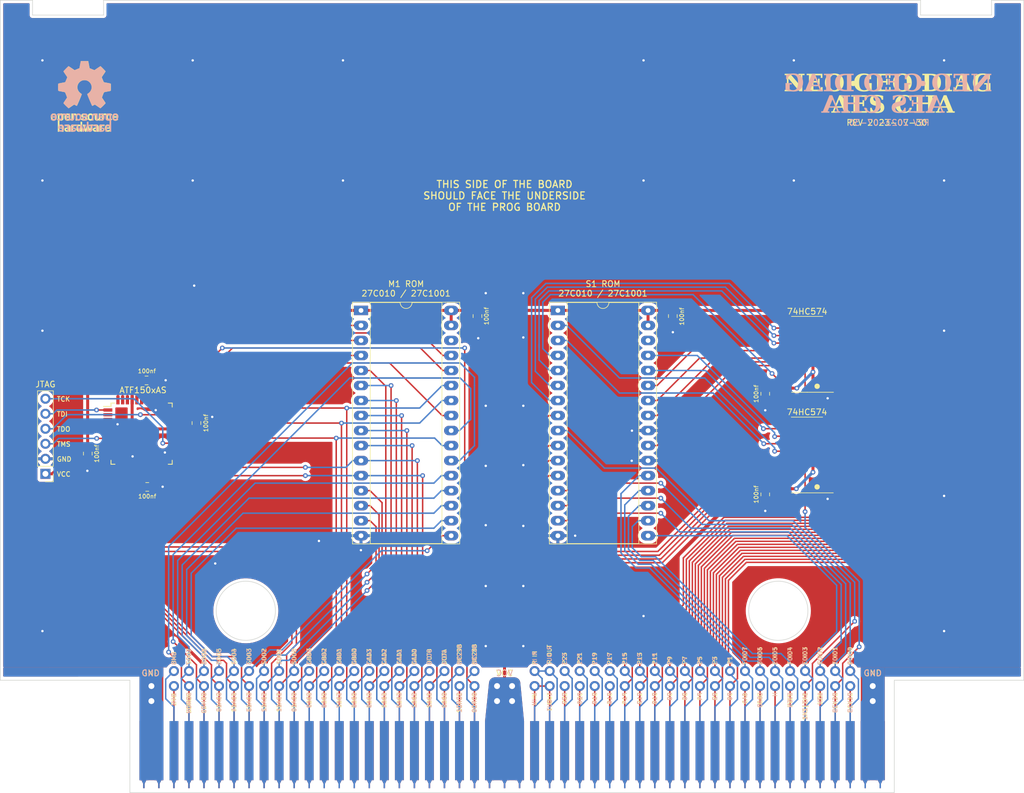
<source format=kicad_pcb>
(kicad_pcb (version 20221018) (generator pcbnew)
  (layers (0 "F.Cu" signal) (31 "B.Cu" signal) (34 "B.Paste" user) (35 "F.Paste" user) (36 "B.SilkS" user "B.Silkscreen") (37 "F.SilkS" user "F.Silkscreen") (38 "B.Mask" user) (39 "F.Mask" user) (44 "Edge.Cuts" user))
  (property "REV" "2023-07-30")
  (net 0 "")
  (net 1 "VCC")
  (net 2 "GND")
  (net 3 "PCK1B")
  (net 4 "PCK2B")
  (net 5 "12M")
  (net 6 "CA4")
  (net 7 "EVEN")
  (net 8 "H")
  (net 9 "LOAD")
  (net 10 "SA3")
  (net 11 "P0")
  (net 12 "P2")
  (net 13 "P4")
  (net 14 "P6")
  (net 15 "P8")
  (net 16 "P10")
  (net 17 "P12")
  (net 18 "P14")
  (net 19 "P16")
  (net 20 "P18")
  (net 21 "P20")
  (net 22 "P22")
  (net 23 "L_AUDIO")
  (net 24 "SDRD0")
  (net 25 "SDA0")
  (net 26 "SDA1")
  (net 27 "SDA2")
  (net 28 "SDA3")
  (net 29 "SDA4")
  (net 30 "SDA5")
  (net 31 "SDA6")
  (net 32 "SDA7")
  (net 33 "SDA8")
  (net 34 "SDA9")
  (net 35 "SDA10")
  (net 36 "SDA11")
  (net 37 "SDA12")
  (net 38 "SDA13")
  (net 39 "SDA14")
  (net 40 "SDA15")
  (net 41 "SDMRD")
  (net 42 "SDROM")
  (net 43 "24M")
  (net 44 "FIXD0")
  (net 45 "FIXD1")
  (net 46 "FIXD2")
  (net 47 "FIXD3")
  (net 48 "FIXD4")
  (net 49 "FIXD5")
  (net 50 "FIXD6")
  (net 51 "FIXD7")
  (net 52 "P1")
  (net 53 "P3")
  (net 54 "P5")
  (net 55 "P7")
  (net 56 "P9")
  (net 57 "P11")
  (net 58 "P13")
  (net 59 "P15")
  (net 60 "P17")
  (net 61 "P19")
  (net 62 "P21")
  (net 63 "P23")
  (net 64 "R_AUDIO")
  (net 65 "NC28B")
  (net 66 "NC29B")
  (net 67 "DOTA")
  (net 68 "DOTB")
  (net 69 "GAD0")
  (net 70 "GAD1")
  (net 71 "GAD2")
  (net 72 "GAD3")
  (net 73 "GBD0")
  (net 74 "GBD1")
  (net 75 "GBD2")
  (net 76 "SDD0")
  (net 77 "SDD1")
  (net 78 "SDD2")
  (net 79 "SDD3")
  (net 80 "SDD4")
  (net 81 "SDD5")
  (net 82 "SDD6")
  (net 83 "SDD7")
  (net 84 "8M")
  (net 85 "SA5")
  (net 86 "SA6")
  (net 87 "SA7")
  (net 88 "SA8")
  (net 89 "SA9")
  (net 90 "SA10")
  (net 91 "SA11")
  (net 92 "SA12")
  (net 93 "M1_A11")
  (net 94 "M1_A12")
  (net 95 "M1_A13")
  (net 96 "M1_A14")
  (net 97 "M1_A15")
  (net 98 "M1_A16")
  (net 99 "SA13")
  (net 100 "SA14")
  (net 101 "SA15")
  (net 102 "SA16")
  (net 103 "SA0")
  (net 104 "SA1")
  (net 105 "SA2")
  (net 106 "SA4")
  (net 109 "GBD3")
  (net 110 "SDRD1")
  (net 111 "TMS")
  (net 112 "TDO")
  (net 113 "TDI")
  (net 114 "TCK")
  (footprint "Capacitor_SMD:C_0805_2012Metric" (layer "F.Cu") (at 91.379 107.696)
    (fp_text reference "C6" hide)
    (fp_text value "100nf")
  )
  (footprint "neogeo-diag:neogeo-aes-a-side-edge" (layer "F.Cu") (at 154.31 152.3)
    (fp_text reference "J1" hide)
    (fp_text value "neogeo-aes-cha-a-side-edge" hide)
  )
  (footprint "Capacitor_SMD:C_0805_2012Metric" (layer "F.Cu") (at 91.2622 89.6874)
    (fp_text reference "C7" hide)
    (fp_text value "100nf")
  )
  (footprint "Package_QFP:TQFP-44_10x10mm_P0.8mm" (layer "F.Cu") (at 90.424 98.694)
    (fp_text reference "U2" hide)
    (fp_text value "ATF1502AS-xAx44" hide)
  )
  (footprint "Capacitor_SMD:C_0805_2012Metric" (layer "F.Cu") (at 81.3308 102.0674 -90)
    (fp_text reference "C2" hide)
    (fp_text value "100nf")
  )
  (footprint "Capacitor_SMD:C_0805_2012Metric" (layer "F.Cu") (at 99.695 96.901 90)
    (fp_text reference "C8" hide)
    (fp_text value "100nf")
  )
  (footprint "Symbol:OSHW-Logo_11.4x12mm_SilkScreen" (layer "F.Cu") (at 80.772 41.656)
    (fp_text reference "REF**" hide)
    (fp_text value "OSHW-Logo_11.4x12mm_SilkScreen" hide)
  )
  (footprint "neogeo-diag:neogeo-aes-edge-test-points" (layer "F.Cu") (at 215.27 141.38 -90)
    (fp_text reference "J2" hide)
    (fp_text value "neogeo-aes-cha-a-side-edge" hide)
  )
  (footprint "Package_SO:SO-20_5.3x12.6mm_P1.27mm" (layer "F.Cu") (at 202.916 85.2805 180)
    (fp_text reference "U1" hide)
    (fp_text value "74HC574")
  )
  (footprint "Package_DIP:DIP-32_W15.24mm_Socket_LongPads" (layer "F.Cu") (at 127.5085 77.85)
    (fp_text reference "U5" hide)
    (fp_text value "27C010 / 27C1001" hide)
  )
  (footprint "neogeo-diag:neogeo-aes-edge-test-points" (layer "F.Cu") (at 215.27 138.84 -90)
    (fp_text reference "J4" hide)
    (fp_text value "neogeo-aes-cha-b-side-edge" hide)
  )
  (footprint "Package_DIP:DIP-32_W15.24mm_Socket_LongPads" (layer "F.Cu") (at 160.782 77.851)
    (fp_text reference "U4" hide)
    (fp_text value "27C010 / 27C1001" hide)
  )
  (footprint "Package_SO:SO-20_5.3x12.6mm_P1.27mm" (layer "F.Cu") (at 202.8825 102.2985 180)
    (fp_text reference "U3" hide)
    (fp_text value "74HC574")
  )
  (footprint "Capacitor_SMD:C_0805_2012Metric" (layer "F.Cu") (at 180.213 78.806 -90)
    (fp_text reference "C4" hide)
    (fp_text value "100nf")
  )
  (footprint "Capacitor_SMD:C_0805_2012Metric" (layer "F.Cu") (at 195.834 108.966 -90)
    (fp_text reference "C3" hide)
    (fp_text value "100nf")
  )
  (footprint "Capacitor_SMD:C_0805_2012Metric" (layer "F.Cu") (at 195.834 91.948 -90)
    (fp_text reference "C1" hide)
    (fp_text value "100nf")
  )
  (footprint "Connector_PinHeader_2.54mm:PinHeader_1x06_P2.54mm_Vertical" (layer "F.Cu") (at 74.168 105.4862 180)
    (fp_text reference "J5" hide)
    (fp_text value "JTAG")
  )
  (footprint "Capacitor_SMD:C_0805_2012Metric" (layer "F.Cu") (at 147.1935 78.806 -90)
    (fp_text reference "C5" hide)
    (fp_text value "100nf")
  )
  (footprint "neogeo-diag:neogeo-aes-b-side-edge" (layer "B.Cu") (at 154.31 152.3 180)
    (fp_text reference "J3" hide)
    (fp_text value "neogeo-aes-cha-b-side-edge" hide)
  )
  (footprint "Symbol:OSHW-Logo_11.4x12mm_SilkScreen" (layer "B.Cu") (at 80.772 41.656 180)
    (fp_text reference "REF**" hide)
    (fp_text value "OSHW-Logo_11.4x12mm_SilkScreen" hide)
  )
  (gr_circle (center 222.467027 39.465) (end 222.092 39.465) (stroke (width 0.15)) (fill solid) (layer "B.SilkS"))
  (gr_circle (center 204.597 107.696) (end 204.972027 107.696) (stroke (width 0.15)) (fill solid) (layer "F.SilkS"))
  (gr_circle (center 210.687027 39.465) (end 211.062054 39.465) (stroke (width 0.15)) (fill solid) (layer "F.SilkS"))
  (gr_circle (center 204.602973 90.678) (end 204.978 90.678) (stroke (width 0.15)) (fill solid) (layer "F.SilkS"))
  (gr_line (start 88.44 159.4) (end 217.64 159.4) (stroke (width 0.1)) (layer "Edge.Cuts"))
  (gr_line (start 83.99 25.4) (end 222.08 25.4) (stroke (width 0.1)) (layer "Edge.Cuts"))
  (gr_line (start 88.44 140.4) (end 66.54 140.4) (stroke (width 0.1)) (layer "Edge.Cuts"))
  (gr_line (start 234.08 27.9) (end 222.08 27.9) (stroke (width 0.1)) (layer "Edge.Cuts"))
  (gr_line (start 239.53 25.4) (end 234.08 25.4) (stroke (width 0.1)) (layer "Edge.Cuts"))
  (gr_line (start 234.08 25.4) (end 234.08 27.9) (stroke (width 0.1)) (layer "Edge.Cuts"))
  (gr_circle (center 198.04 128.65) (end 203.04 128.65) (stroke (width 0.1)) (fill none) (layer "Edge.Cuts"))
  (gr_line (start 217.64 140.4) (end 239.53 140.4) (stroke (width 0.1)) (layer "Edge.Cuts"))
  (gr_line (start 83.99 27.9) (end 83.99 25.4) (stroke (width 0.1)) (layer "Edge.Cuts"))
  (gr_line (start 88.44 159.4) (end 88.44 140.4) (stroke (width 0.1)) (layer "Edge.Cuts"))
  (gr_line (start 217.64 159.4) (end 217.64 140.4) (stroke (width 0.1)) (layer "Edge.Cuts"))
  (gr_circle (center 108.04 128.65) (end 113.04 128.65) (stroke (width 0.1)) (fill none) (layer "Edge.Cuts"))
  (gr_line (start 239.53 140.4) (end 239.53 25.4) (stroke (width 0.1)) (layer "Edge.Cuts"))
  (gr_line (start 71.99 27.9) (end 83.99 27.9) (stroke (width 0.1)) (layer "Edge.Cuts"))
  (gr_line (start 66.54 140.4) (end 66.54 25.4) (stroke (width 0.1)) (layer "Edge.Cuts"))
  (gr_line (start 222.08 27.9) (end 222.08 25.4) (stroke (width 0.1)) (layer "Edge.Cuts"))
  (gr_line (start 71.99 25.4) (end 71.99 27.9) (stroke (width 0.1)) (layer "Edge.Cuts"))
  (gr_line (start 66.54 25.4) (end 71.99 25.4) (stroke (width 0.1)) (layer "Edge.Cuts"))
  (gr_text "P19" (at 167.005 135.701 90) (layer "B.SilkS") (effects (font (size 0.7 0.7) (thickness 0.12)) (justify left mirror)))
  (gr_text "FIXD1" (at 207.645 134.767667 90) (layer "B.SilkS") (effects (font (size 0.7 0.7) (thickness 0.12)) (justify left mirror)))
  (gr_text "SA3|2H1" (at 202.565 142.367 90) (layer "B.SilkS") (effects (font (size 0.7 0.7) (thickness 0.12)) (justify left mirror)))
  (gr_text "GAD3" (at 128.905 135.067667 90) (layer "B.SilkS") (effects (font (size 0.7 0.7) (thickness 0.12)) (justify left mirror)))
  (gr_text "SDA12" (at 111.125 142.367 90) (layer "B.SilkS") (effects (font (size 0.7 0.7) (thickness 0.12)) (justify left mirror)))
  (gr_text "SDMRD" (at 100.965 142.367 90) (layer "B.SilkS") (effects (font (size 0.7 0.7) (thickness 0.12)) (justify left mirror)))
  (gr_text "SDD2" (at 111.125 135.001 90) (layer "B.SilkS") (effects (font (size 0.7 0.7) (thickness 0.12)) (justify left mirror)))
  (gr_text "DOTB" (at 139.065 135.067668 90) (layer "B.SilkS") (effects (font (size 0.7 0.7) (thickness 0.12)) (justify left mirror)))
  (gr_text "FIXD4" (at 200.025 134.767667 90) (layer "B.SilkS") (effects (font (size 0.7 0.7) (thickness 0.12)) (justify left mirror)))
  (gr_text "P14" (at 172.085 142.367 90) (layer "B.SilkS") (effects (font (size 0.7 0.7) (thickness 0.12)) (justify left mirror)))
  (gr_text "FIXD2" (at 205.105 134.767667 90) (layer "B.SilkS") (effects (font (size 0.7 0.7) (thickness 0.12)) (justify left mirror)))
  (gr_text "SDA6" (at 126.365 142.367 90) (layer "B.SilkS") (effects (font (size 0.7 0.7) (thickness 0.12)) (justify left mirror)))
  (gr_text "P3" (at 187.325 136.367667 90) (layer "B.SilkS") (effects (font (size 0.7 0.7) (thickness 0.12)) (justify left mirror)))
  (gr_text "LOAD" (at 194.945 142.367 90) (layer "B.SilkS") (effects (font (size 0.7 0.7) (thickness 0.12)) (justify left mirror)))
  (gr_text "AES CHA" (at 226.132054 44.905) (layer "B.SilkS") (effects (font (size 2.9 2.9) (thickness 0.58) bold) (justify left bottom mirror)))
  (gr_text "NC29B" (at 144.145 134.267667 90) (layer "B.SilkS") (effects (font (size 0.7 0.7) (thickness 0.12)) (justify left mirror)))
  (gr_text "L IN" (at 156.8196 142.4178 90) (layer "B.SilkS") (effects (font (size 0.7 0.7) (thickness 0.12)) (justify left mirror)))
  (gr_text "NEO GEO DIAG\n" (at 216.577027 41.275) (layer "B.SilkS") (effects (font (size 2.9 2.9) (thickness 0.556) bold) (justify bottom mirror)))
  (gr_text "P7" (at 182.245 136.367667 90) (layer "B.SilkS") (effects (font (size 0.7 0.7) (thickness 0.12)) (justify left mirror)))
  (gr_text "GND" (at 213.995 139.192) (layer "B.SilkS") (effects (font (size 1 1)) (justify mirror)))
  (gr_text "SDROM" (at 98.425 142.367 90) (layer "B.SilkS") (effects (font (size 0.7 0.7) (thickness 0.12)) (justify left mirror)))
  (gr_text "P23" (at 161.925 135.701 90) (layer "B.SilkS") (effects (font (size 0.7 0.7) (thickness 0.12)) (justify left mirror)))
  (gr_text "R IN" (at 156.8704 135.434335 90) (layer "B.SilkS") (effects (font (size 0.7 0.7) (thickness 0.12)) (justify left mirror)))
  (gr_text "P21" (at 164.465 135.701 90) (layer "B.SilkS") (effects (font (size 0.7 0.7) (thickness 0.12)) (justify left mirror)))
  (gr_text "SDA13" (at 108.585 142.367 90) (layer "B.SilkS") (effects (font (size 0.7 0.7) (thickness 0.12)) (justify left mirror)))
  (gr_text "P11" (at 177.165 135.701 90) (layer "B.SilkS") (effects (font (size 0.7 0.7) (thickness 0.12)) (justify left mirror)))
  (gr_text "SDA3" (at 133.985 142.367 90) (layer "B.SilkS") (effects (font (size 0.7 0.7) (thickness 0.12)) (justify left mirror)))
  (gr_text "SDA0" (at 141.605 142.367 90) (layer "B.SilkS") (effects (font (size 0.7 0.7) (thickness 0.12)) (justify left mirror)))
  (gr_text "SDA9" (at 118.745 142.367 90) (layer "B.SilkS") (effects (font (size 0.7 0.7) (thickness 0.12)) (justify left mirror)))
  (gr_text "NC28B" (at 146.685 134.267667 90) (layer "B.SilkS") (effects (font (size 0.7 0.7) (thickness 0.12)) (justify left mirror)))
  (gr_text "VCC" (at 151.765 139.192) (layer "B.SilkS") (effects (font (size 1 1)) (justify mirror)))
  (gr_text "EVEN" (at 200.025 142.367 90) (layer "B.SilkS") (effects (font (size 0.7 0.7) (thickness 0.12)) (justify left mirror)))
  (gr_text "P1" (at 189.865 136.367667 90) (layer "B.SilkS") (effects (font (size 0.7 0.7) (thickness 0.12)) (justify left mirror)))
  (gr_text "DOTA" (at 141.605 135.167668 90) (layer "B.SilkS") (effects (font (size 0.7 0.7) (thickness 0.12)) (justify left mirror)))
  (gr_text "SDRD1" (at 144.145 142.367 90) (layer "B.SilkS") (effects (font (size 0.8 0.7) (thickness 0.12)) (justify left mirror)))
  (gr_text "CA4" (at 192.405 142.367 90) (layer "B.SilkS") (effects (font (size 0.7 0.7) (thickness 0.12)) (justify left mirror)))
  (gr_text "SDD0" (at 116.205 135.001 90) (layer "B.SilkS") (effects (font (size 0.7 0.7) (thickness 0.12)) (justify left mirror)))
  (gr_text "P22" (at 161.925 142.367 90) (layer "B.SilkS") (effects (font (size 0.7 0.7) (thickness 0.12)) (justify left mirror)))
  (gr_text "SDA10" (at 116.205 142.367 90) (layer "B.SilkS") (effects (font (size 0.7 0.7) (thickness 0.12)) (justify left mirror)))
  (gr_text "SDA7" (at 123.825 142.367 90) (layer "B.SilkS") (effects (font (size 0.7 0.7) (thickness 0.12)) (justify left mirror)))
  (gr_text "GBD1" (at 123.825 134.967667 90) (layer "B.SilkS") (effects (font (size 0.7 0.7) (thickness 0.12)) (justify left mirror)))
  (gr_text "FIXD0" (at 210.185 134.767667 90) (layer "B.SilkS") (effects (font (size 0.7 0.7) (thickness 0.12)) (justify left mirror)))
  (gr_text "P18" (at 167.005 142.367 90) (layer "B.SilkS") (effects (font (size 0.7 0.7) (thickness 0.12)) (justify left mirror)))
  (gr_text "SDRD0" (at 146.685 142.367 90) (layer "B.SilkS") (effects (font (size 0.7 0.7) (thickness 0.12)) (justify left mirror)))
  (gr_text "SDA4" (at 131.445 142.367 90) (layer "B.SilkS") (effects (font (size 0.7 0.7) (thickness 0.12)) (justify left mirror)))
  (gr_text "GBD0" (at 126.365 134.967667 90) (layer "B.SilkS") (effects (font (size 0.7 0.7) (thickness 0.12)) (justify left mirror)))
  (gr_text "GAD0" (at 136.525 135.067667 90) (layer "B.SilkS") (effects (font (size 0.7 0.7) (thickness 0.12)) (justify left mirror)))
  (gr_text "PCK1B" (at 210.185 142.367 90) (layer "B.SilkS") (effects (font (size 0.7 0.7) (thickness 0.12)) (justify left mirror)))
  (gr_text "FIXD7" (at 192.405 134.767667 90) (layer "B.SilkS") (effects (font (size 0.7 0.7) (thickness 0.12)) (justify left mirror)))
  (gr_text "P12" (at 174.625 142.367 90) (layer "B.SilkS") (effects (font (size 0.7 0.7) (thickness 0.12)) (justify left mirror)))
  (gr_text "SDA1" (at 139.065 142.367 90) (layer "B.SilkS") (effects (font (size 0.7 0.7) (thickness 0.12)) (justify left mirror)))
  (gr_text "FIXD3" (at 202.565 134.767667 90) (layer "B.SilkS") (effects (font (size 0.7 0.7) (thickness 0.12)) (justify left mirror)))
  (gr_text "SDA14" (at 106.045 142.367 90) (layer "B.SilkS") (effects (font (size 0.7 0.7) (thickness 0.12)) (justify left mirror)))
  (gr_text "GBD2" (at 121.285 134.967667 90) (layer "B.SilkS") (effects (font (size 0.7 0.7) (thickness 0.12)) (justify left mirror)))
  (gr_text "P9" (at 179.705 136.367667 90) (layer "B.SilkS") (effects (font (size 0.7 0.7) (thickness 0.12)) (justify left mirror)))
  (gr_text "REV ${REV}" (at 216.762054 46.095) (layer "B.SilkS") (effects (font (size 1 1)) (justify mirror)))
  (gr_text "GBD3" (at 118.745 134.967667 90) (layer "B.SilkS") (effects (font (size 0.7 0.7) (thickness 0.12)) (justify left mirror)))
  (gr_text "FIXD5" (at 197.485 134.767667 90) (layer "B.SilkS") (effects (font (size 0.7 0.7) (thickness 0.12)) (justify left mirror)))
  (gr_text "12M" (at 205.105 142.367 90) (layer "B.SilkS") (effects (font (size 0.7 0.7) (thickness 0.12)) (justify left mirror)))
  (gr_text "SDA5" (at 128.905 142.367 90) (layer "B.SilkS") (effects (font (size 0.7 0.7) (thickness 0.12)) (justify left mirror)))
  (gr_text "SDD6" (at 101.0158 135.001 90) (layer "B.SilkS") (effects (font (size 0.7 0.7) (thickness 0.12)) (justify left mirror)))
  (gr_text "P5" (at 184.785 136.367667 90) (layer "B.SilkS") (effects (font (size 0.7 0.7) (thickness 0.12)) (justify left mirror)))
  (gr_text "SDA15" (at 103.505 142.367 90) (layer "B.SilkS") (effects (font (size 0.7 0.7) (thickness 0.12)) (justify left mirror)))
  (gr_text "P20" (at 164.515 142.367 90) (layer "B.SilkS") (effects (font (size 0.7 0.7) (thickness 0.12)) (justify left mirror)))
  (gr_text "PCK2B" (at 207.645 142.367 90) (layer "B.SilkS") (effects (font (size 0.7 0.7) (thickness 0.12)) (justify left mirror)))
  (gr_text "P4" (at 184.785 142.367 90) (layer "B.SilkS") (effects (font (size 0.7 0.7) (thickness 0.12)) (justify left mirror)))
  (gr_text "SDD4" (at 106.045 135.001 90) (layer "B.SilkS") (effects (font (size 0.7 0.7) (thickness 0.12) bold) (justify left mirror)))
  (gr_text "24M" (at 95.885 142.494 90) (layer "B.SilkS") (effects (font (size 0.7 0.7) (thickness 0.12) bold) (justify left mirror)))
  (gr_text "SDD7" (at 98.425 135.001 90) (layer "B.SilkS") (effects (font (size 0.7 0.7) (thickness 0.12)) (justify left mirror)))
  (gr_text "L OUT" (at 159.385 142.4178 90) (layer "B.SilkS") (effects (font (size 0.7 0.7) (thickness 0.12)) (justify left mirror)))
  (gr_text "GAD2" (at 131.445 135.067667 90) (layer "B.SilkS") (effects (font (size 0.7 0.7) (thickness 0.12)) (justify left mirror)))
  (gr_text "P13" (at 174.625 135.701 90) (layer "B.SilkS") (effects (font (size 0.7 0.7) (thickness 0.12)) (justify left mirror)))
  (gr_text "P17" (at 169.545 135.701 90) (layer "B.SilkS") (effects (font (size 0.7 0.7) (thickness 0.12)) (justify left mirror)))
  (gr_text "P2" (at 187.325 142.367 90) (layer "B.SilkS") (effects (font (size 0.7 0.7) (thickness 0.12)) (justify left mirror)))
  (gr_text "SDD3" (at 108.585 135.001 90) (layer "B.SilkS") (effects (font (size 0.7 0.7) (thickness 0.12) bold) (justify left mirror)))
  (gr_text "SDA2" (at 136.525 142.367 90) (layer "B.SilkS") (effects (font (size 0.7 0.7) (thickness 0.12)) (justify left mirror)))
  (gr_text "P10" (at 177.165 142.367 90) (layer "B.SilkS") (effects (font (size 0.7 0.7) (thickness 0.12)) (justify left mirror)))
  (gr_text "GND" (at 91.948 139.192) (layer "B.SilkS") (effects (font (size 1 1)) (justify mirror)))
  (gr_text "GAD1" (at 133.985 135.067667 90) (layer "B.SilkS") (effects (font (size 0.7 0.7) (thickness 0.12)) (justify left mirror)))
  (gr_text "R OUT" (at 159.3596 134.501002 90) (layer "B.SilkS") (effects (font (size 0.7 0.7) (thickness 0.12)) (justify left mirror)))
  (gr_text "8MB" (at 95.885 135.567667 90) (layer "B.SilkS") (effects (font (size 0.7 0.7) (thickness 0.12)) (justify left mirror)))
  (gr_text "P16" (at 169.545 142.367 90) (layer "B.SilkS") (effects (font (size 0.7 0.7) (thickness 0.12)) (justify left mirror)))
  (gr_text "SDA8" (at 121.285 142.367 90) (layer "B.SilkS") (effects (font (size 0.7 0.7) (thickness 0.12)) (justify left mirror)))
  (gr_text "P6" (at 182.245 142.367 90) (layer "B.SilkS") (effects (font (size 0.7 0.7) (thickness 0.12)) (justify left mirror)))
  (gr_text "P8" (at 179.705 142.367 90) (layer "B.SilkS") (effects (font (size 0.7 0.7) (thickness 0.12)) (justify left mirror)))
  (gr_text "P15" (at 172.085 135.701 90) (layer "B.SilkS") (effects (font (size 0.7 0.7) (thickness 0.12)) (justify left mirror)))
  (gr_text "H" (at 197.485 142.367 90) (layer "B.SilkS") (effects (font (size 0.7 0.7) (thickness 0.12)) (justify left mirror)))
  (gr_text "FIXD6" (at 194.945 134.767667 90) (layer "B.SilkS") (effects (font (size 0.7 0.7) (thickness 0.12)) (justify left mirror)))
  (gr_text "SDD5" (at 103.505 135.001 90) (layer "B.SilkS") (effects (font (size 0.7 0.7) (thickness 0.12)) (justify left mirror)))
  (gr_text "P0" (at 189.865 142.367 90) (layer "B.SilkS") (effects (font (size 0.7 0.7) (thickness 0.12)) (justify left mirror)))
  (gr_text "SDD1" (at 113.665 135.001 90) (layer "B.SilkS") (effects (font (size 0.7 0.7) (thickness 0.12)) (justify left mirror)))
  (gr_text "SDA11" (at 113.665 142.367 90) (layer "B.SilkS") (effects (font (size 0.7 0.7) (thickness 0.12)) (justify left mirror)))
  (gr_text "H" (at 197.485 142.367 90) (layer "F.SilkS") (effects (font (size 0.7 0.7) (thickness 0.12)) (justify right)))
  (gr_text "SDA15" (at 103.505 142.367 90) (layer "F.SilkS") (effects (font (size 0.7 0.7) (thickness 0.12)) (justify right)))
  (gr_text "SDD6" (at 101.0158 137.795 90) (layer "F.SilkS") (effects (font (size 0.7 0.7) (thickness 0.12)) (justify left)))
  (gr_text "FIXD7" (at 192.405 137.795 90) (layer "F.SilkS") (effects (font (size 0.7 0.7) (thickness 0.12)) (justify left)))
  (gr_text "VCC" (at 151.765 139.192) (layer "F.SilkS") (effects (font (size 1 1))))
  (gr_text "P1" (at 189.865 137.795 90) (layer "F.SilkS") (effects (font (size 0.7 0.7) (thickness 0.12)) (justify left)))
  (gr_text "AES CHA" (at 207.022 44.905) (layer "F.SilkS") (effects (font (size 2.9 2.9) (thickness 0.58) bold) (justify left bottom)))
  (gr_text "SDD4" (at 106.045 137.795 90) (layer "F.SilkS") (effects (font (size 0.7 0.7) (thickness 0.12) bold) (justify left)))
  (gr_text "P16" (at 169.545 142.367 90) (layer "F.SilkS") (effects (font (size 0.7 0.7) (thickness 0.12)) (justify right)))
  (gr_text "P21" (at 164.465 137.795 90) (layer "F.SilkS") (effects (font (size 0.7 0.7) (thickness 0.12)) (justify left)))
  (gr_text "FIXD5" (at 197.485 137.795 90) (layer "F.SilkS") (effects (font (size 0.7 0.7) (thickness 0.12)) (justify left)))
  (gr_text "SDA13" (at 108.585 142.367 90) (layer "F.SilkS") (effects (font (size 0.7 0.7) (thickness 0.12)) (justify right)))
  (gr_text "GAD1" (at 133.985 137.795 90) (layer "F.SilkS") (effects (font (size 0.7 0.7) (thickness 0.12)) (justify left)))
  (gr_text "SDD7" (at 98.425 137.795 90) (layer "F.SilkS") (effects (font (size 0.7 0.7) (thickness 0.12)) (justify left)))
  (gr_text "FIXD3" (at 202.565 137.795 90) (layer "F.SilkS") (effects (font (size 0.7 0.7) (thickness 0.12)) (justify left)))
  (gr_text "SDD5" (at 103.505 137.795 90) (layer "F.SilkS") (effects (font (size 0.7 0.7) (thickness 0.12)) (justify left)))
  (gr_text "SDA4" (at 131.445 142.367 90) (layer "F.SilkS") (effects (font (size 0.7 0.7) (thickness 0.12)) (justify right)))
  (gr_text "P11" (at 177.165 137.795 90) (layer "F.SilkS") (effects (font (size 0.7 0.7) (thickness 0.12)) (justify left)))
  (gr_text "SDROM" (at 98.425 142.367 90) (layer "F.SilkS") (effects (font (size 0.7 0.7) (thickness 0.12)) (justify right)))
  (gr_text "M1 ROM\n27C010 / 27C1001" (at 135.1285 75.565) (layer "F.SilkS") (effects (font (size 1 1)) (justify bottom)))
  (gr_text "SDA12" (at 111.125 142.367 90) (layer "F.SilkS") (effects (font (size 0.7 0.7) (thickness 0.12)) (justify right)))
  (gr_text "P0" (at 189.865 142.367 90) (layer "F.SilkS") (effects (font (size 0.7 0.7) (thickness 0.12)) (justify right)))
  (gr_text "P14" (at 172.085 142.367 90) (layer "F.SilkS") (effects (font (size 0.7 0.7) (thickness 0.12)) (justify right)))
  (gr_text "FIXD6" (at 194.945 137.795 90) (layer "F.SilkS") (effects (font (size 0.7 0.7) (thickness 0.12)) (justify left)))
  (gr_text "THIS SIDE OF THE BOARD\nSHOULD FACE THE UNDERSIDE\nOF THE PROG BOARD" (at 151.765 61.087) (layer "F.SilkS") (effects (font (size 1.2 1.2) (thickness 0.2) bold) (justify bottom)))
  (gr_text "SDD2" (at 111.125 137.795 90) (layer "F.SilkS") (effects (font (size 0.7 0.7) (thickness 0.12)) (justify left)))
  (gr_text "R OUT" (at 159.3596 137.6934 90) (layer "F.SilkS") (effects (font (size 0.7 0.7) (thickness 0.12)) (justify left)))
  (gr_text "EVEN" (at 200.025 142.367 90) (layer "F.SilkS") (effects (font (size 0.7 0.7) (thickness 0.12)) (justify right)))
  (gr_text "SDA7" (at 123.825 142.367 90) (layer "F.SilkS") (effects (font (size 0.7 0.7) (thickness 0.12)) (justify right)))
  (gr_text "TCK" (at 76.0222 93.3196) (layer "F.SilkS") (effects (font (size 0.8 0.8) (thickness 0.14) bold) (justify left bottom)))
  (gr_text "P8" (at 179.705 142.367 90) (layer "F.SilkS") (effects (font (size 0.7 0.7) (thickness 0.12)) (justify right)))
  (gr_text "SDA9" (at 118.745 142.367 90) (layer "F.SilkS") (effects (font (size 0.7 0.7) (thickness 0.12)) (justify right)))
  (gr_text "PCK2B" (at 207.645 142.367 90) (layer "F.SilkS") (effects (font (size 0.7 0.7) (thickness 0.12)) (justify right)))
  (gr_text "L IN" (at 156.8196 142.4178 90) (layer "F.SilkS") (effects (font (size 0.7 0.7) (thickness 0.12)) (justify right)))
  (gr_text "12M" (at 205.105 142.367 90) (layer "F.SilkS") (effects (font (size 0.7 0.7) (thickness 0.12)) (justify right)))
  (gr_text "GAD2" (at 131.445 137.795 90) (layer "F.SilkS") (effects (font (size 0.7 0.7) (thickness 0.12)) (justify left)))
  (gr_text "P20" (at 164.515 142.367 90) (layer "F.SilkS") (effects (font (size 0.7 0.7) (thickness 0.12)) (justify right)))
  (gr_text "P19" (at 167.005 137.795 90) (layer "F.SilkS") (effects (font (size 0.7 0.7) (thickness 0.12)) (justify left)))
  (gr_text "SDMRD" (at 100.965 142.367 90) (layer "F.SilkS") (effects (font (size 0.7 0.7) (thickness 0.12)) (justify right)))
  (gr_text "SDA8" (at 121.285 142.367 90) (layer "F.SilkS") (effects (font (size 0.7 0.7) (thickness 0.12)) (justify right)))
  (gr_text "P5" (at 184.785 137.795 90) (layer "F.SilkS") (effects (font (size 0.7 0.7) (thickness 0.12)) (justify left)))
  (gr_text "24M" (at 95.885 142.494 90) (layer "F.SilkS") (effects (font (size 0.7 0.7) (thickness 0.12) bold) (justify right)))
  (gr_text "SDA5" (at 128.905 142.367 90) (layer "F.SilkS") (effects (font (size 0.7 0.7) (thickness 0.12)) (justify right)))
  (gr_text "SDA2" (at 136.525 142.367 90) (layer "F.SilkS") (effects (font (size 0.7 0.7) (thickness 0.12)) (justify right)))
  (gr_text "DOTA" (at 141.605 137.795 90) (layer "F.SilkS") (effects (font (size 0.7 0.7) (thickness 0.12)) (justify left)))
  (gr_text "GAD0" (at 136.525 137.795 90) (layer "F.SilkS") (effects (font (size 0.7 0.7) (thickness 0.12)) (justify left)))
  (gr_text "ATF150xAS" (at 86.5886 91.9226) (layer "F.SilkS") (effects (font (size 1 1)) (justify left bottom)))
  (gr_text "SDA14" (at 106.045 142.367 90) (layer "F.SilkS") (effects (font (size 0.7 0.7) (thickness 0.12)) (justify right)))
  (gr_text "P15" (at 172.085 137.795 90) (layer "F.SilkS") (effects (font (size 0.7 0.7) (thickness 0.12)) (justify left)))
  (gr_text "P10" (at 177.165 142.367 90) (layer "F.SilkS") (effects (font (size 0.7 0.7) (thickness 0.12)) (justify right)))
  (gr_text "SDA3" (at 133.985 142.367 90) (layer "F.SilkS") (effects (font (size 0.7 0.7) (thickness 0.12)) (justify right)))
  (gr_text "GND" (at 76.0222 103.4796) (layer "F.SilkS") (effects (font (size 0.8 0.8) (thickness 0.14) bold) (justify left bottom)))
  (gr_text "P13" (at 174.625 137.795 90) (layer "F.SilkS") (effects (font (size 0.7 0.7) (thickness 0.12)) (justify left)))
  (gr_text "FIXD1" (at 207.645 137.795 90) (layer "F.SilkS") (effects (font (size 0.7 0.7) (thickness 0.12)) (justify left)))
  (gr_text "NC28B" (at 146.685 137.795 90) (layer "F.SilkS") (effects (font (size 0.7 0.7) (thickness 0.12)) (justify left)))
  (gr_text "PCK1B" (at 210.185 142.367 90) (layer "F.SilkS") (effects (font (size 0.7 0.7) (thickness 0.12)) (justify right)))
  (gr_text "P17" (at 169.545 137.795 90) (layer "F.SilkS") (effects (font (size 0.7 0.7) (thickness 0.12)) (justify left)))
  (gr_text "GND" (at 91.948 139.192) (layer "F.SilkS") (effects (font (size 1 1))))
  (gr_text "L OUT" (at 159.385 142.4178 90) (layer "F.SilkS") (effects (font (size 0.7 0.7) (thickness 0.12)) (justify right)))
  (gr_text "P4" (at 184.785 142.367 90) (layer "F.SilkS") (effects (font (size 0.7 0.7) (thickness 0.12)) (justify right)))
  (gr_text "GBD3" (at 118.745 137.795 90) (layer "F.SilkS") (effects (font (size 0.7 0.7) (thickness 0.12)) (justify left)))
  (gr_text "SDD0" (at 116.205 137.795 90) (layer "F.SilkS") (effects (font (size 0.7 0.7) (thickness 0.12)) (justify left)))
  (gr_text "TDO" (at 76.0222 98.3996) (layer "F.SilkS") (effects (font (size 0.8 0.8) (thickness 0.14) bold) (justify left bottom)))
  (gr_text "SDA1" (at 139.065 142.367 90) (layer "F.SilkS") (effects (font (size 0.7 0.7) (thickness 0.12)) (justify right)))
  (gr_text "S1 ROM\n27C010 / 27C1001" (at 168.402 75.565) (layer "F.SilkS") (effects (font (size 1 1)) (justify bottom)))
  (gr_text "P18" (at 167.005 142.367 90) (layer "F.SilkS") (effects (font (size 0.7 0.7) (thickness 0.12)) (justify right)))
  (gr_text "TMS" (at 76.0222 100.9396) (layer "F.SilkS") (effects (font (size 0.8 0.8) (thickness 0.14) bold) (justify left bottom)))
  (gr_text "P9" (at 179.705 137.795 90) (layer "F.SilkS") (effects (font (size 0.7 0.7) (thickness 0.12)) (justify left)))
  (gr_text "NC29B" (at 144.145 137.795 90) (layer "F.SilkS") (effects (font (size 0.7 0.7) (thickness 0.12)) (justify left)))
  (gr_text "SDD3" (at 108.585 137.795 90) (layer "F.SilkS") (effects (font (size 0.7 0.7) (thickness 0.12) bold) (justify left)))
  (gr_text "SDA11" (at 113.665 142.367 90) (layer "F.SilkS") (effects (font (size 0.7 0.7) (thickness 0.12)) (justify right)))
  (gr_text "GBD0" (at 126.365 137.795 90) (layer "F.SilkS") (effects (font (size 0.7 0.7) (thickness 0.12)) (justify left)))
  (gr_text "SDD1" (at 113.665 137.795 90) (layer "F.SilkS") (effects (font (size 0.7 0.7) (thickness 0.12)) (justify left)))
  (gr_text "P2" (at 187.325 142.367 90) (layer "F.SilkS") (effects (font (size 0.7 0.7) (thickness 0.12)) (justify right)))
  (gr_text "SA3|2H1" (at 202.565 142.367 90) (layer "F.SilkS") (effects (font (size 0.7 0.7) (thickness 0.12)) (justify right)))
  (gr_text "P7" (at 182.245 137.795 90) (layer "F.SilkS") (effects (font (size 0.7 0.7) (thickness 0.12)) (justify left)))
  (gr_text "SDA10" (at 116.205 142.367 90) (layer "F.SilkS") (effects (font (size 0.7 0.7) (thickness 0.12)) (justify right)))
  (gr_text "GND" (at 213.995 139.192) (layer "F.SilkS") (effects (font (size 1 1))))
  (gr_text "NEO GEO DIAG\n" (at 216.577027 41.275) (layer "F.SilkS") (effects (font (size 2.9 2.9) (thickness 0.556) bold) (justify bottom)))
  (gr_text "FIXD0" (at 210.185 137.795 90) (layer "F.SilkS") (effects (font (size 0.7 0.7) (thickness 0.12)) (justify left)))
  (gr_text "GAD3" (at 128.905 137.795 90) (layer "F.SilkS") (effects (font (size 0.7 0.7) (thickness 0.12)) (justify left)))
  (gr_text "SDA6" (at 126.365 142.367 90) (layer "F.SilkS") (effects (font (size 0.7 0.7) (thickness 0.12)) (justify right)))
  (gr_text "GBD1" (at 123.825 137.795 90) (layer "F.SilkS") (effects (font (size 0.7 0.7) (thickness 0.12)) (justify left)))
  (gr_text "P12" (at 174.625 142.367 90) (layer "F.SilkS") (effects (font (size 0.7 0.7) (thickness 0.12)) (justify right)))
  (gr_text "8MB" (at 95.885 137.795 90) (layer "F.SilkS") (effects (font (size 0.7 0.7) (thickness 0.12)) (justify left)))
  (gr_text "CA4" (at 192.405 142.367 90) (layer "F.SilkS") (effects (font (size 0.7 0.7) (thickness 0.12)) (justify right)))
  (gr_text "FIXD4" (at 200.025 137.795 90) (layer "F.SilkS") (effects (font (size 0.7 0.7) (thickness 0.12)) (justify left)))
  (gr_text "P6" (at 182.245 142.367 90) (layer "F.SilkS") (effects (font (size 0.7 0.7) (thickness 0.12)) (justify right)))
  (gr_text "SDRD0" (at 146.685 142.367 90) (layer "F.SilkS") (effects (font (size 0.7 0.7) (thickness 0.12)) (justify right)))
  (gr_text "R IN" (at 156.8704 137.795 90) (layer "F.SilkS") (effects (font (size 0.7 0.7) (thickness 0.12)) (justify left)))
  (gr_text "VCC" (at 76.0222 106.0196) (layer "F.SilkS") (effects (font (size 0.8 0.8) (thickness 0.14) bold) (justify left bottom)))
  (gr_text "DOTB" (at 139.065 137.795 90) (layer "F.SilkS") (effects (font (size 0.7 0.7) (thickness 0.12)) (justify left)))
  (gr_text "P3" (at 187.325 137.795 90) (layer "F.SilkS") (effects (font (size 0.7 0.7) (thickness 0.12)) (justify left)))
  (gr_text "P23" (at 161.925 137.795 90) (layer "F.SilkS") (effects (font (size 0.7 0.7) (thickness 0.12)) (justify left)))
  (gr_text "GBD2" (at 121.285 137.795 90) (layer "F.SilkS") (effects (font (size 0.7 0.7) (thickness 0.12)) (justify left)))
  (gr_text "FIXD2" (at 205.105 137.795 90) (layer "F.SilkS") (effects (font (size 0.7 0.7) (thickness 0.12)) (justify left)))
  (gr_text "REV ${REV}" (at 216.392 46.095) (layer "F.SilkS") (effects (font (size 1 1))))
  (gr_text "TDI" (at 76.0222 95.8596) (layer "F.SilkS") (effects (font (size 0.8 0.8) (thickness 0.14) bold) (justify left bottom)))
  (gr_text "SDA0" (at 141.605 142.367 90) (layer "F.SilkS") (effects (font (size 0.7 0.7) (thickness 0.12)) (justify right)))
  (gr_text "SDRD1" (at 144.145 142.367 90) (layer "F.SilkS") (effects (font (size 0.8 0.7) (thickness 0.12)) (justify right)))
  (gr_text "LOAD" (at 194.945 142.367 90) (layer "F.SilkS") (effects (font (size 0.7 0.7) (thickness 0.12)) (justify right)))
  (gr_text "P22" (at 161.925 142.367 90) (layer "F.SilkS") (effects (font (size 0.7 0.7) (thickness 0.12)) (justify right)))
  (segment (start 90.424 104.394) (end 90.424 101.219) (width 0.5) (layer "F.Cu") (net 1))
  (segment (start 79.7002 101.097) (end 81.3054 101.097) (width 0.5) (layer "F.Cu") (net 1))
  (segment (start 127.5085 77.85) (end 142.7485 77.85) (width 0.5) (layer "F.Cu") (net 1))
  (segment (start 195.8365 108.0135) (end 195.834 108.016) (width 0.5) (layer "F.Cu") (net 1))
  (segment (start 90.424 97.8662) (end 88.824 96.2662) (width 0.5) (layer "F.Cu") (net 1))
  (segment (start 160.782 77.851) (end 176.022 77.851) (width 0.5) (layer "F.Cu") (net 1))
  (segment (start 99.652 97.894) (end 99.695 97.851) (width 0.5) (layer "F.Cu") (net 1))
  (segment (start 196.789 108.0135) (end 196.7865 108.016) (width 0.5) (layer "F.Cu") (net 1))
  (segment (start 90.1954 89.6874) (end 90.3122 89.6874) (width 0.5) (layer "F.Cu") (net 1))
  (segment (start 201.8715 77.856) (end 203.8985 79.883) (width 0.5) (layer "F.Cu") (net 1))
  (segment (start 84.724 101.094) (end 90.299 101.094) (width 0.5) (layer "F.Cu") (net 1))
  (segment (start 196.789 90.9955) (end 196.7865 90.998) (width 0.5) (layer "F.Cu") (net 1))
  (segment (start 151.765 140.115) (end 151.765 77.851) (width 0.5) (layer "F.Cu") (net 1))
  (segment (start 142.7495 77.851) (end 142.7485 77.85) (width 0.5) (layer "F.Cu") (net 1))
  (segment (start 96.124 97.894) (end 90.4518 97.894) (width 0.5) (layer "F.Cu") (net 1))
  (segment (start 176.022 77.851) (end 180.152 77.851) (width 0.5) (layer "F.Cu") (net 1))
  (segment (start 88.8238 91.059) (end 90.1954 89.6874) (width 0.5) (layer "F.Cu") (net 1))
  (segment (start 81.3054 101.097) (end 81.3054 88.4428) (width 0.5) (layer "F.Cu") (net 1))
  (segment (start 90.424 104.394) (end 90.424 107.691) (width 0.5) (layer "F.Cu") (net 1))
  (segment (start 199.4535 90.9955) (end 196.789 90.9955) (width 0.5) (layer "F.Cu") (net 1))
  (segment (start 180.213 77.856) (end 201.8715 77.856) (width 0.5) (layer "F.Cu") (net 1))
  (segment (start 81.3084 101.094) (end 81.3054 101.097) (width 0.5) (layer "F.Cu") (net 1))
  (segment (start 88.824 92.994) (end 88.824 91.0592) (width 0.5) (layer "F.Cu") (net 1))
  (segment (start 75.311 105.4862) (end 79.7002 101.097) (width 0.5) (layer "F.Cu") (net 1))
  (segment (start 203.8985 79.883) (end 203.8985 105.2068) (width 0.5) (layer "F.Cu") (net 1))
  (segment (start 88.824 96.2662) (end 88.824 92.994) (width 0.5) (layer "F.Cu") (net 1))
  (segment (start 90.4518 97.894) (end 90.424 97.8662) (width 0.5) (layer "F.Cu") (net 1))
  (segment (start 147.1935 77.851) (end 142.7495 77.851) (width 0.5) (layer "F.Cu") (net 1))
  (segment (start 199.42 108.0135) (end 196.789 108.0135) (width 0.5) (layer "F.Cu") (net 1))
  (segment (start 199.42 108.0135) (end 201.0791 108.0135) (width 0.5) (layer "F.Cu") (net 1))
  (segment (start 201.168 90.9955) (end 199.4535 90.9955) (width 0.5) (layer "F.Cu") (net 1))
  (segment (start 91.8982 77.85) (end 127.5085 77.85) (width 0.5) (layer "F.Cu") (net 1))
  (segment (start 96.124 97.894) (end 99.652 97.894) (width 0.5) (layer "F.Cu") (net 1))
  (segment (start 90.299 101.094) (end 90.424 101.219) (width 0.5) (layer "F.Cu") (net 1))
  (segment (start 196.789 108.0135) (end 195.8365 108.0135) (width 0.5) (layer "F.Cu") (net 1))
  (segment (start 84.724 101.094) (end 81.3084 101.094) (width 0.5) (layer "F.Cu") (net 1))
  (segment (start 74.168 105.4862) (end 75.311 105.4862) (width 0.5) (layer "F.Cu") (net 1))
  (segment (start 196.789 90.9955) (end 195.8365 90.9955) (width 0.5) (layer "F.Cu") (net 1))
  (segment (start 81.3054 88.4428) (end 91.8982 77.85) (width 0.5) (layer "F.Cu") (net 1))
  (segment (start 158.3695 77.851) (end 147.1935 77.851) (width 0.5) (layer "F.Cu") (net 1))
  (segment (start 88.824 91.0592) (end 88.8238 91.059) (width 0.5) (layer "F.Cu") (net 1))
  (segment (start 151.765 77.851) (end 160.782 77.851) (width 0.5) (layer "F.Cu") (net 1))
  (segment (start 90.424 107.691) (end 90.429 107.696) (width 0.5) (layer "F.Cu") (net 1))
  (segment (start 195.8365 90.9955) (end 195.834 90.998) (width 0.5) (layer "F.Cu") (net 1))
  (segment (start 142.7485 80.39) (end 142.7485 77.85) (width 0.5) (layer "F.Cu") (net 1))
  (segment (start 151.765 140.115) (end 151.765 143.002) (width 0.5) (layer "F.Cu") (net 1))
  (segment (start 176.022 77.851) (end 176.022 80.391) (width 0.5) (layer "F.Cu") (net 1))
  (segment (start 90.424 101.219) (end 90.424 97.8662) (width 0.5) (layer "F.Cu") (net 1))
  (via (at 203.8985 105.2068) (size 0.8) (drill 0.4) (layers "F.Cu" "B.Cu") (net 1))
  (via (at 203.8985 88.265) (size 0.8) (drill 0.4) (layers "F.Cu" "B.Cu") (net 1))
  (via (at 201.0791 108.0135) (size 0.8) (drill 0.4) (layers "F.Cu" "B.Cu") (net 1))
  (via (at 201.168 90.9955) (size 0.8) (drill 0.4) (layers "F.Cu" "B.Cu") (net 1))
  (segment (start 203.8985 105.2068) (end 203.8731 105.2068) (width 0.5) (layer "B.Cu") (net 1))
  (segment (start 203.8985 88.265) (end 201.168 90.9955) (width 0.5) (layer "B.Cu") (net 1))
  (segment (start 201.0791 108.0008) (end 201.0791 108.0135) (width 0.5) (layer "B.Cu") (net 1))
  (segment (start 203.8731 105.2068) (end 201.0791 108.0008) (width 0.5) (layer "B.Cu") (net 1))
  (segment (start 88.9 102.545) (end 88.9 102.5398) (width 0.5) (layer "F.Cu") (net 2))
  (segment (start 92.8116 94.615) (end 92.8116 94.7166) (width 0.5) (layer "F.Cu") (net 2))
  (segment (start 89.624 104.394) (end 89.624 103.269) (width 0.5) (layer "F.Cu") (net 2))
  (segment (start 206.345 108.0135) (end 206.345 109.698) (width 0.5) (layer "F.Cu") (net 2))
  (segment (start 173.26 103.28) (end 173.289 103.251) (width 0.5) (layer "F.Cu") (net 2))
  (segment (start 173.289 103.251) (end 176.022 103.251) (width 0.5) (layer "F.Cu") (net 2))
  (segment (start 94.4118 101.894) (end 94.361 101.8794) (width 0.5) (layer "F.Cu") (net 2))
  (segment (start 88.9 102.5398) (end 88.8948 102.5398) (width 0.5) (layer "F.Cu") (net 2))
  (segment (start 86.36 97.1042) (end 86.3498 97.094) (width 0.5) (layer "F.Cu") (net 2))
  (segment (start 92.824 94.6274) (end 92.8116 94.615) (width 0.5) (layer "F.Cu") (net 2))
  (segment (start 160.782 115.951) (end 163.703 115.951) (width 0.5) (layer "F.Cu") (net 2))
  (segment (start 173.409 98.171) (end 173.3 98.28) (width 0.5) (layer "F.Cu") (net 2))
  (segment (start 92.9132 94.7166) (end 92.837 94.6404) (width 0.5) (layer "F.Cu") (net 2))
  (segment (start 127.5085 115.95) (end 127.5085 118.3815) (width 0.5) (layer "F.Cu") (net 2))
  (segment (start 94.3826 101.894) (end 94.3972 101.894) (width 0.5) (layer "F.Cu") (net 2))
  (segment (start 94.361 101.8794) (end 94.3826 101.894) (width 0.5) (layer "F.Cu") (net 2))
  (segment (start 127.5085 118.3815) (end 127.49 118.4) (width 0.5) (layer "F.Cu") (net 2))
  (segment (start 206.345 109.698) (end 206.375 109.728) (width 0.5) (layer "F.Cu") (net 2))
  (segment (start 176.022 98.171) (end 173.409 98.171) (width 0.5) (layer "F.Cu") (net 2))
  (segment (start 88.8948 102.5398) (end 88.9508 102.5958) (width 0.5) (layer "F.Cu") (net 2))
  (segment (start 206.3785 92.4595) (end 206.3785 90.9955) (width 0.5) (layer "F.Cu") (net 2))
  (segment (start 92.8116 94.7166) (end 92.9132 94.7166) (width 0.5) (layer "F.Cu") (net 2))
  (segment (start 89.624 103.269) (end 88.9 102.545) (width 0.5) (layer "F.Cu") (net 2))
  (segment (start 96.124 101.894) (end 94.4118 101.894) (width 0.5) (layer "F.Cu") (net 2))
  (segment (start 92.824 92.994) (end 92.824 94.6274) (width 0.5) (layer "F.Cu") (net 2))
  (segment (start 86.3498 97.094) (end 84.724 97.094) (width 0.5) (layer "F.Cu") (net 2))
  (via (at 147.32 82.55) (size 0.8) (drill 0.4) (layers "F.Cu" "B.Cu") (net 2))
  (via (at 154.94 124.46) (size 0.8) (drill 0.4) (layers "F.Cu" "B.Cu") (net 2))
  (via (at 102.362 95.8596) (size 0.8) (drill 0.4) (layers "F.Cu" "B.Cu") (net 2))
  (via (at 154.94 134.62) (size 0.8) (drill 0.4) (layers "F.Cu" "B.Cu") (net 2))
  (via (at 120.3965 116.84) (size 0.8) (drill 0.4) (layers "F.Cu" "B.Cu") (net 2))
  (via (at 73.66 132.08) (size 0.8) (drill 0.4) (layers "F.Cu" "B.Cu") (net 2))
  (via (at 124.46 35.56) (size 0.8) (drill 0.4) (layers "F.Cu" "B.Cu") (net 2))
  (via (at 200.66 55.88) (size 0.8) (drill 0.4) (layers "F.Cu" "B.Cu") (net 2))
  (via (at 226.06 81.28) (size 0.8) (drill 0.4) (layers "F.Cu" "B.Cu") (net 2))
  (via (at 148.59 124.46) (size 0.8) (drill 0.4) (layers "F.Cu" "B.Cu") (net 2))
  (via (at 206.3785 92.71) (size 0.8) (drill 0.4) (layers "F.Cu" "B.Cu") (net 2))
  (via (at 148.59 104.14) (size 0.8) (drill 0.4) (layers "F.Cu" "B.Cu") (net 2))
  (via (at 154.94 104.013) (size 0.8) (drill 0.4) (layers "F.Cu" "B.Cu") (net 2))
  (via (at 148.59 134.62) (size 0.8) (drill 0.4) (layers "F.Cu" "B.Cu") (net 2))
  (via (at 195.834 94.742) (size 0.8) (drill 0.4) (layers "F.Cu" "B.Cu") (net 2))
  (via (at 127.49 118.4) (size 0.8) (drill 0.4) (layers "F.Cu" "B.Cu") (net 2))
  (via (at 163.703 115.951) (size 0.8) (drill 0.4) (layers "F.Cu" "B.Cu") (net 2))
  (via (at 180.213 81.534) (size 0.8) (drill 0.4) (layers "F.Cu" "B.Cu") (net 2))
  (via (at 173.3 98.19) (size 0.8) (drill 0.4) (layers "F.Cu" "B.Cu") (net 2))
  (via (at 102.87 120.65) (size 0.8) (drill 0.4) (layers "F.Cu" "B.Cu") (net 2))
  (via (at 175.26 55.88) (size 0.8) (drill 0.4) (layers "F.Cu" "B.Cu") (net 2))
  (via (at 86.36 97.1042) (size 0.8) (drill 0.4) (layers "F.Cu" "B.Cu") (net 2))
  (via (at 99.06 55.88) (size 0.8) (drill 0.4) (layers "F.Cu" "B.Cu") (net 2))
  (via (at 99.314 73.66) (size 0.8) (drill 0.4) (layers "F.Cu" "B.Cu") (net 2))
  (via (at 154.94 82.423) (size 0.8) (drill 0.4) (layers "F.Cu" "B.Cu") (net 2))
  (via (at 81.2546 104.9782) (size 0.8) (drill 0.4) (layers "F.Cu" "B.Cu") (net 2))
  (via (at 226.06 109.22) (size 0.8) (drill 0.4) (layers "F.Cu" "B.Cu") (net 2))
  (via (at 73.66 55.88) (size 0.8) (drill 0.4) (layers "F.Cu" "B.Cu") (net 2))
  (via (at 148.59 74.93) (size 0.8) (drill 0.4) (layers "F.Cu" "B.Cu") (net 2))
  (via (at 73.66 35.56) (size 0.8) (drill 0.4) (layers "F.Cu" "B.Cu") (net 2))
  (via (at 93.98 107.6706) (size 0.8) (drill 0.4) (layers "F.Cu" "B.Cu") (net 2))
  (via (at 148.59 93.98) (size 0.8) (drill 0.4) (layers "F.Cu" "B.Cu") (net 2))
  (via (at 124.46 55.88) (size 0.8) (drill 0.4) (layers "F.Cu" "B.Cu") (net 2))
  (via (at 99.06 35.56) (size 0.8) (drill 0.4) (layers "F.Cu" "B.Cu") (net 2))
  (via (at 154.94 93.98) (size 0.8) (drill 0.4) (layers "F.Cu" "B.Cu") (net 2))
  (via (at 226.06 35.56) (size 0.8) (drill 0.4) (layers "F.Cu" "B.Cu") (net 2))
  (via (at 226.06 55.88) (size 0.8) (drill 0.4) (layers "F.Cu" "B.Cu") (net 2))
  (via (at 175.26 129.54) (size 0.8) (drill 0.4) (layers "F.Cu" "B.Cu") (net 2))
  (via (at 206.375 109.728) (size 0.8) (drill 0.4) (layers "F.Cu" "B.Cu") (net 2))
  (via (at 92.8116 94.7166) (size 0.8) (drill 0.4) (layers "F.Cu" "B.Cu") (net 2))
  (via (at 154.94 74.93) (size 0.8) (drill 0.4) (layers "F.Cu" "B.Cu") (net 2))
  (via (at 175.26 35.56) (size 0.8) (drill 0.4) (layers "F.Cu" "B.Cu") (net 2))
  (via (at 148.59 114.173) (size 0.8) (drill 0.4) (layers "F.Cu" "B.Cu") (net 2))
  (via (at 195.834 111.76) (size 0.8) (drill 0.4) (layers "F.Cu" "B.Cu") (net 2))
  (via (at 94.361 101.8794) (size 0.8) (drill 0.4) (layers "F.Cu" "B.Cu") (net 2))
  (via (at 154.94 114.3) (size 0.8) (drill 0.4) (layers "F.Cu" "B.Cu") (net 2))
  (via (at 94.488 89.662) (size 0.8) (drill 0.4) (layers "F.Cu" "B.Cu") (net 2))
  (via (at 200.66 35.56) (size 0.8) (drill 0.4) (layers "F.Cu" "B.Cu") (net 2))
  (via (at 173.26 103.28) (size 0.8) (drill 0.4) (layers "F.Cu" "B.Cu") (net 2))
  (via (at 73.66 81.28) (size 0.8) (drill 0.4) (layers "F.Cu" "B.Cu") (net 2))
  (via (at 88.9 102.5398) (size 0.8) (drill 0.4) (layers "F.Cu" "B.Cu") (net 2))
  (via (at 226.06 132.08) (size 0.8) (drill 0.4) (layers "F.Cu" "B.Cu") (net 2))
  (segment (start 210.19 141.38) (end 210.19 152.3) (width 0.25) (layer "F.Cu") (net 3))
  (segment (start 202.565 81.3435) (end 200.787 79.5655) (width 0.25) (layer "F.Cu") (net 4))
  (segment (start 199.42 96.5835) (end 202.438 96.5835) (width 0.25) (layer "F.Cu") (net 4))
  (segment (start 200.787 79.5655) (end 199.4535 79.5655) (width 0.25) (layer "F.Cu") (net 4))
  (segment (start 202.565 96.7105) (end 202.438 96.5835) (width 0.25) (layer "F.Cu") (net 4))
  (segment (start 207.65 141.38) (end 207.65 152.3) (width 0.25) (layer "F.Cu") (net 4))
  (segment (start 208.915 137.541) (end 211.709 134.747) (width 0.25) (layer "F.Cu") (net 4))
  (segment (start 208.915 137.541) (end 208.915 140.115) (width 0.25) (layer "F.Cu") (net 4))
  (segment (start 202.565 111.887) (end 202.565 96.7105) (width 0.25) (layer "F.Cu") (net 4))
  (segment (start 202.565 96.7105) (end 202.565 81.3435) (width 0.25) (layer "F.Cu") (net 4))
  (segment (start 208.915 140.115) (end 207.65 141.38) (width 0.25) (layer "F.Cu") (net 4))
  (via (at 211.709 134.747) (size 0.8) (drill 0.4) (layers "F.Cu" "B.Cu") (net 4))
  (via (at 202.565 111.887) (size 0.8) (drill 0.4) (layers "F.Cu" "B.Cu") (net 4))
  (segment (start 202.565 111.887) (end 202.565 114.554) (width 0.25) (layer "B.Cu") (net 4))
  (segment (start 211.709 123.698) (end 211.709 134.747) (width 0.25) (layer "B.Cu") (net 4))
  (segment (start 202.565 114.554) (end 211.709 123.698) (width 0.25) (layer "B.Cu") (net 4))
  (segment (start 205.11 141.38) (end 205.11 152.3) (width 0.25) (layer "F.Cu") (net 5))
  (segment (start 192.41 141.38) (end 192.41 152.3) (width 0.25) (layer "F.Cu") (net 6))
  (segment (start 200.03 141.38) (end 200.03 152.3) (width 0.25) (layer "F.Cu") (net 7))
  (segment (start 197.49 141.38) (end 197.49 152.3) (width 0.25) (layer "F.Cu") (net 8))
  (segment (start 194.95 141.38) (end 194.95 152.3) (width 0.25) (layer "F.Cu") (net 9))
  (segment (start 202.57 141.38) (end 202.57 152.3) (width 0.25) (layer "F.Cu") (net 10))
  (segment (start 203.8096 140.1404) (end 202.57 141.38) (width 0.25) (layer "F.Cu") (net 10))
  (segment (start 203.8096 137.5664) (end 203.8096 140.1404) (width 0.25) (layer "F.Cu") (net 10))
  (segment (start 210.9216 130.4544) (end 203.8096 137.5664) (width 0.25) (layer "F.Cu") (net 10))
  (via (at 210.947 130.429) (size 0.8) (drill 0.4) (layers "F.Cu" "B.Cu") (net 10))
  (segment (start 210.947 123.825) (end 200.533 113.411) (width 0.25) (layer "B.Cu") (net 10))
  (segment (start 200.533 113.411) (end 186.309 113.411) (width 0.25) (layer "B.Cu") (net 10))
  (segment (start 186.309 113.411) (end 177.419 104.521) (width 0.25) (layer "B.Cu") (net 10))
  (segment (start 168.656 104.521) (end 162.306 98.171) (width 0.25) (layer "B.Cu") (net 10))
  (segment (start 162.306 98.171) (end 160.782 98.171) (width 0.25) (layer "B.Cu") (net 10))
  (segment (start 177.419 104.521) (end 168.656 104.521) (width 0.25) (layer "B.Cu") (net 10))
  (segment (start 210.947 130.429) (end 210.947 123.825) (width 0.25) (layer "B.Cu") (net 10))
  (segment (start 191.135 137.541) (end 191.135 140.115) (width 0.25) (layer "F.Cu") (net 11))
  (segment (start 192.659 120.4595) (end 189.611 123.5075) (width 0.25) (layer "F.Cu") (net 11))
  (segment (start 203.327 120.4595) (end 203.3325 120.454) (width 0.25) (layer "F.Cu") (net 11))
  (segment (start 189.611 136.017) (end 191.135 137.541) (width 0.25) (layer "F.Cu") (net 11))
  (segment (start 207.5815 80.8355) (end 215.3285 88.5825) (width 0.25) (layer "F.Cu") (net 11))
  (segment (start 210 120.454) (end 215.3285 115.1255) (width 0.25) (layer "F.Cu") (net 11))
  (segment (start 203.327 120.4595) (end 192.659 120.4595) (width 0.25) (layer "F.Cu") (net 11))
  (segment (start 203.3325 120.454) (end 210 120.454) (width 0.25) (layer "F.Cu") (net 11))
  (segment (start 189.611 123.5075) (end 189.611 136.017) (width 0.25) (layer "F.Cu") (net 11))
  (segment (start 189.87 141.38) (end 189.87 152.3) (width 0.25) (layer "F.Cu") (net 11))
  (segment (start 206.3785 80.8355) (end 207.5815 80.8355) (width 0.25) (layer "F.Cu") (net 11))
  (segment (start 215.3285 88.5825) (end 215.3285 115.1255) (width 0.25) (layer "F.Cu") (net 11))
  (segment (start 191.135 140.115) (end 189.87 141.38) (width 0.25) (layer "F.Cu") (net 11))
  (segment (start 187.33 141.38) (end 187.33 152.3) (width 0.25) (layer "F.Cu") (net 12))
  (segment (start 188.595 140.115) (end 188.595 122.9995) (width 0.25) (layer "F.Cu") (net 12))
  (segment (start 207.5815 83.3755) (end 206.3785 83.3755) (width 0.25) (layer "F.Cu") (net 12))
  (segment (start 188.595 122.9995) (end 192.151 119.4435) (width 0.25) (layer "F.Cu") (net 12))
  (segment (start 187.33 141.38) (end 188.595 140.115) (width 0.25) (layer "F.Cu") (net 12))
  (segment (start 214.3125 114.6175) (end 214.3125 90.1065) (width 0.25) (layer "F.Cu") (net 12))
  (segment (start 209.4865 119.4435) (end 214.3125 114.6175) (width 0.25) (layer "F.Cu") (net 12))
  (segment (start 214.3125 90.1065) (end 207.5815 83.3755) (width 0.25) (layer "F.Cu") (net 12))
  (segment (start 192.151 119.4435) (end 209.4865 119.4435) (width 0.25) (layer "F.Cu") (net 12))
  (segment (start 191.643 118.4275) (end 208.9785 118.4275) (width 0.25) (layer "F.Cu") (net 13))
  (segment (start 213.2965 91.6305) (end 207.5815 85.9155) (width 0.25) (layer "F.Cu") (net 13))
  (segment (start 184.79 141.38) (end 186.055 140.115) (width 0.25) (layer "F.Cu") (net 13))
  (segment (start 186.055 140.115) (end 186.055 137.541) (width 0.25) (layer "F.Cu") (net 13))
  (segment (start 207.5815 85.9155) (end 206.3785 85.9155) (width 0.25) (layer "F.Cu") (net 13))
  (segment (start 187.579 122.4915) (end 191.643 118.4275) (width 0.25) (layer "F.Cu") (net 13))
  (segment (start 184.79 152.3) (end 184.79 141.38) (width 0.25) (layer "F.Cu") (net 13))
  (segment (start 186.055 137.541) (end 187.579 136.017) (width 0.25) (layer "F.Cu") (net 13))
  (segment (start 187.579 136.017) (end 187.579 122.4915) (width 0.25) (layer "F.Cu") (net 13))
  (segment (start 213.2965 114.1095) (end 213.2965 91.6305) (width 0.25) (layer "F.Cu") (net 13))
  (segment (start 208.9785 118.4275) (end 213.2965 114.1095) (width 0.25) (layer "F.Cu") (net 13))
  (segment (start 183.515 137.541) (end 186.563 134.493) (width 0.25) (layer "F.Cu") (net 14))
  (segment (start 186.563 134.493) (end 186.563 121.9835) (width 0.25) (layer "F.Cu") (net 14))
  (segment (start 182.25 141.38) (end 182.25 152.3) (width 0.25) (layer "F.Cu") (net 14))
  (segment (start 183.515 140.115) (end 183.515 137.541) (width 0.25) (layer "F.Cu") (net 14))
  (segment (start 191.135 117.4115) (end 208.4705 117.4115) (width 0.25) (layer "F.Cu") (net 14))
  (segment (start 182.25 141.38) (end 183.515 140.115) (width 0.25) (layer "F.Cu") (net 14))
  (segment (start 208.4705 117.4115) (end 212.2805 113.6015) (width 0.25) (layer "F.Cu") (net 14))
  (segment (start 207.5815 88.4555) (end 206.3785 88.4555) (width 0.25) (layer "F.Cu") (net 14))
  (segment (start 212.2805 93.1545) (end 207.5815 88.4555) (width 0.25) (layer "F.Cu") (net 14))
  (segment (start 186.563 121.9835) (end 191.135 117.4115) (width 0.25) (layer "F.Cu") (net 14))
  (segment (start 212.2805 113.6015) (end 212.2805 93.1545) (width 0.25) (layer "F.Cu") (net 14))
  (segment (start 180.975 140.115) (end 180.975 137.541) (width 0.25) (layer "F.Cu") (net 15))
  (segment (start 190.627 116.3955) (end 207.9625 116.3955) (width 0.25) (layer "F.Cu") (net 15))
  (segment (start 207.9625 116.3955) (end 211.2645 113.0935) (width 0.25) (layer "F.Cu") (net 15))
  (segment (start 180.975 137.541) (end 185.547 132.969) (width 0.25) (layer "F.Cu") (net 15))
  (segment (start 185.547 121.4755) (end 190.627 116.3955) (width 0.25) (layer "F.Cu") (net 15))
  (segment (start 179.71 141.38) (end 180.975 140.115) (width 0.25) (layer "F.Cu") (net 15))
  (segment (start 211.2645 113.0935) (end 211.2645 101.5365) (width 0.25) (layer "F.Cu") (net 15))
  (segment (start 211.2645 101.5365) (end 207.5815 97.8535) (width 0.25) (layer "F.Cu") (net 15))
  (segment (start 179.71 141.38) (end 179.71 152.3) (width 0.25) (layer "F.Cu") (net 15))
  (segment (start 185.547 132.969) (end 185.547 121.4755) (width 0.25) (layer "F.Cu") (net 15))
  (segment (start 207.5815 97.8535) (end 206.345 97.8535) (width 0.25) (layer "F.Cu") (net 15))
  (segment (start 190.119 115.3795) (end 207.4545 115.3795) (width 0.25) (layer "F.Cu") (net 16))
  (segment (start 210.2485 103.0605) (end 207.5815 100.3935) (width 0.25) (layer "F.Cu") (net 16))
  (segment (start 207.5815 100.3935) (end 206.345 100.3935) (width 0.25) (layer "F.Cu") (net 16))
  (segment (start 177.17 141.38) (end 177.17 152.3) (width 0.25) (layer "F.Cu") (net 16))
  (segment (start 184.531 120.9675) (end 190.119 115.3795) (width 0.25) (layer "F.Cu") (net 16))
  (segment (start 178.435 137.541) (end 184.531 131.445) (width 0.25) (layer "F.Cu") (net 16))
  (segment (start 207.4545 115.3795) (end 210.2485 112.5855) (width 0.25) (layer "F.Cu") (net 16))
  (segment (start 184.531 131.445) (end 184.531 120.9675) (width 0.25) (layer "F.Cu") (net 16))
  (segment (start 177.17 141.38) (end 178.435 140.115) (width 0.25) (layer "F.Cu") (net 16))
  (segment (start 178.435 140.115) (end 178.435 137.541) (width 0.25) (layer "F.Cu") (net 16))
  (segment (start 210.2485 112.5855) (end 210.2485 103.0605) (width 0.25) (layer "F.Cu") (net 16))
  (segment (start 183.515 120.4595) (end 189.611 114.3635) (width 0.25) (layer "F.Cu") (net 17))
  (segment (start 209.2325 104.5845) (end 207.5815 102.9335) (width 0.25) (layer "F.Cu") (net 17))
  (segment (start 175.895 140.115) (end 175.895 137.541) (width 0.25) (layer "F.Cu") (net 17))
  (segment (start 183.515 129.921) (end 183.515 120.4595) (width 0.25) (layer "F.Cu") (net 17))
  (segment (start 175.895 137.541) (end 183.515 129.921) (width 0.25) (layer "F.Cu") (net 17))
  (segment (start 209.2325 112.0775) (end 209.2325 104.5845) (width 0.25) (layer "F.Cu") (net 17))
  (segment (start 207.5815 102.9335) (end 206.345 102.9335) (width 0.25) (layer "F.Cu") (net 17))
  (segment (start 174.63 141.38) (end 174.63 152.3) (width 0.25) (layer "F.Cu") (net 17))
  (segment (start 189.611 114.3635) (end 206.9465 114.3635) (width 0.25) (layer "F.Cu") (net 17))
  (segment (start 174.63 141.38) (end 175.895 140.115) (width 0.25) (layer "F.Cu") (net 17))
  (segment (start 206.9465 114.3635) (end 209.2325 112.0775) (width 0.25) (layer "F.Cu") (net 17))
  (segment (start 189.103 113.3475) (end 206.4385 113.3475) (width 0.25) (layer "F.Cu") (net 18))
  (segment (start 172.09 141.38) (end 173.355 140.115) (width 0.25) (layer "F.Cu") (net 18))
  (segment (start 207.5815 105.4735) (end 206.345 105.4735) (width 0.25) (layer "F.Cu") (net 18))
  (segment (start 182.499 128.397) (end 182.499 119.9515) (width 0.25) (layer "F.Cu") (net 18))
  (segment (start 173.355 137.541) (end 182.499 128.397) (width 0.25) (layer "F.Cu") (net 18))
  (segment (start 208.2165 106.1085) (end 207.5815 105.4735) (width 0.25) (layer "F.Cu") (net 18))
  (segment (start 208.2165 111.5695) (end 208.2165 106.1085) (width 0.25) (layer "F.Cu") (net 18))
  (segment (start 206.4385 113.3475) (end 208.2165 111.5695) (width 0.25) (layer "F.Cu") (net 18))
  (segment (start 173.355 140.115) (end 173.355 137.541) (width 0.25) (layer "F.Cu") (net 18))
  (segment (start 172.09 141.38) (end 172.09 152.3) (width 0.25) (layer "F.Cu") (net 18))
  (segment (start 182.499 119.9515) (end 189.103 113.3475) (width 0.25) (layer "F.Cu") (net 18))
  (segment (start 169.55 141.38) (end 169.55 152.3) (width 0.25) (layer "F.Cu") (net 19))
  (segment (start 167.01 141.38) (end 167.01 152.3) (width 0.25) (layer "F.Cu") (net 20))
  (segment (start 164.47 141.38) (end 164.47 152.3) (width 0.25) (layer "F.Cu") (net 21))
  (segment (start 161.93 141.38) (end 161.93 152.3) (width 0.25) (layer "F.Cu") (net 22))
  (segment (start 156.85 141.38) (end 159.39 141.38) (width 0.25) (layer "F.Cu") (net 23))
  (segment (start 159.39 141.38) (end 159.39 152.3) (width 0.25) (layer "F.Cu") (net 23))
  (segment (start 156.85 141.38) (end 156.85 152.3) (width 0.25) (layer "F.Cu") (net 23))
  (segment (start 145.034 84.328) (end 145.0345 84.3285) (width 0.25) (layer "F.Cu") (net 24))
  (segment (start 104.0638 84.201) (end 96.8502 91.4146) (width 0.25) (layer "F.Cu") (net 24))
  (segment (start 145.0345 137.2875) (end 145.415 137.668) (width 0.25) (layer "F.Cu") (net 24))
  (segment (start 145.0345 84.3285) (end 145.0345 137.2875) (width 0.25) (layer "F.Cu") (net 24))
  (segment (start 146.69 141.38) (end 146.69 152.3) (width 0.25) (layer "F.Cu") (net 24))
  (segment (start 145.415 137.668) (end 145.415 140.105) (width 0.25) (layer "F.Cu") (net 24))
  (segment (start 145.415 140.105) (end 146.69 141.38) (width 0.25) (layer "F.Cu") (net 24))
  (segment (start 92.024 92.0498) (end 92.024 92.994) (width 0.25) (layer "F.Cu") (net 24))
  (segment (start 92.6592 91.4146) (end 92.024 92.0498) (width 0.25) (layer "F.Cu") (net 24))
  (segment (start 96.8502 91.4146) (end 92.6592 91.4146) (width 0.25) (layer "F.Cu") (net 24))
  (via (at 104.0638 84.201) (size 0.8) (drill 0.4) (layers "F.Cu" "B.Cu") (net 24))
  (via (at 145.034 84.201) (size 0.8) (drill 0.4) (layers "F.Cu" "B.Cu") (net 24))
  (segment (start 104.072398 84.201) (end 145.034 84.201) (width 0.25) (layer "B.Cu") (net 24))
  (segment (start 141.61 141.38) (end 141.61 152.3) (width 0.25) (layer "F.Cu") (net 25))
  (segment (start 137.9855 132.6515) (end 142.875 137.541) (width 0.25) (layer "F.Cu") (net 25))
  (segment (start 137.9225 132.5885) (end 137.9855 132.6515) (width 0.25) (layer "F.Cu") (net 25))
  (segment (start 94.237604 105.796) (end 93.624 105.182396) (width 0.25) (layer "F.Cu") (net 25))
  (segment (start 137.9225 105.79) (end 137.9225 132.5885) (width 0.25) (layer "F.Cu") (net 25))
  (segment (start 118.11 105.79) (end 118.104 105.796) (width 0.25) (layer "F.Cu") (net 25))
  (segment (start 118.104 105.796) (end 94.237604 105.796) (width 0.25) (layer "F.Cu") (net 25))
  (segment (start 142.875 140.115) (end 141.61 141.38) (width 0.25) (layer "F.Cu") (net 25))
  (segment (start 93.624 105.182396) (end 93.624 104.394) (width 0.25) (layer "F.Cu") (net 25))
  (segment (start 142.875 137.541) (end 142.875 140.115) (width 0.25) (layer "F.Cu") (net 25))
  (via (at 137.9225 105.79) (size 0.8) (drill 0.4) (layers "F.Cu" "B.Cu") (net 25))
  (via (at 118.11 105.79) (size 0.8) (drill 0.4) (layers "F.Cu" "B.Cu") (net 25))
  (segment (start 118.11 105.79) (end 127.5085 105.79) (width 0.25) (layer "B.Cu") (net 25))
  (segment (start 137.9225 105.79) (end 127.5085 105.79) (width 0.25) (layer "B.Cu") (net 25))
  (segment (start 137.0335 134.2395) (end 137.287 134.493) (width 0.25) (layer "F.Cu") (net 26))
  (segment (start 139.07 141.38) (end 139.07 152.3) (width 0.25) (layer "F.Cu") (net 26))
  (segment (start 140.335 137.541) (end 140.335 140.115) (width 0.25) (layer "F.Cu") (net 26))
  (segment (start 140.335 140.115) (end 139.07 141.38) (width 0.25) (layer "F.Cu") (net 26))
  (segment (start 118.11 104.394) (end 94.424 104.394) (width 0.25) (layer "F.Cu") (net 26))
  (segment (start 137.0335 103.25) (end 137.0335 134.2395) (width 0.25) (layer "F.Cu") (net 26))
  (segment (start 137.287 134.493) (end 140.335 137.541) (width 0.25) (layer "F.Cu") (net 26))
  (via (at 118.11 104.394) (size 0.8) (drill 0.4) (layers "F.Cu" "B.Cu") (net 26))
  (via (at 137.0335 103.25) (size 0.8) (drill 0.4) (layers "F.Cu" "B.Cu") (net 26))
  (segment (start 126.112 103.25) (end 124.968 104.394) (width 0.25) (layer "B.Cu") (net 26))
  (segment (start 127.5085 103.25) (end 126.112 103.25) (width 0.25) (layer "B.Cu") (net 26))
  (segment (start 137.0335 103.25) (end 127.5085 103.25) (width 0.25) (layer "B.Cu") (net 26))
  (segment (start 124.968 104.394) (end 118.11 104.394) (width 0.25) (layer "B.Cu") (net 26))
  (segment (start 137.795 140.115) (end 136.53 141.38) (width 0.25) (layer "F.Cu") (net 27))
  (segment (start 136.53 141.38) (end 136.53 152.3) (width 0.25) (layer "F.Cu") (net 27))
  (segment (start 136.1445 100.71) (end 136.1445 135.8905) (width 0.25) (layer "F.Cu") (net 27))
  (segment (start 136.398 136.144) (end 137.795 137.541) (width 0.25) (layer "F.Cu") (net 27))
  (segment (start 137.795 137.541) (end 137.795 140.115) (width 0.25) (layer "F.Cu") (net 27))
  (segment (start 136.1445 135.8905) (end 136.398 136.144) (width 0.25) (layer "F.Cu") (net 27))
  (via (at 136.1445 100.71) (size 0.8) (drill 0.4) (layers "F.Cu" "B.Cu") (net 27))
  (segment (start 136.1445 100.71) (end 127.5085 100.71) (width 0.25) (layer "B.Cu") (net 27))
  (segment (start 133.99 141.38) (end 133.99 152.3) (width 0.25) (layer "F.Cu") (net 28))
  (segment (start 135.2555 98.17) (end 135.2555 137.5405) (width 0.25) (layer "F.Cu") (net 28))
  (segment (start 135.255 137.541) (end 135.255 140.115) (width 0.25) (layer "F.Cu") (net 28))
  (segment (start 135.255 140.115) (end 133.99 141.38) (width 0.25) (layer "F.Cu") (net 28))
  (segment (start 135.2555 137.5405) (end 135.255 137.541) (width 0.25) (layer "F.Cu") (net 28))
  (via (at 135.2555 98.17) (size 0.8) (drill 0.4) (layers "F.Cu" "B.Cu") (net 28))
  (segment (start 135.2555 98.17) (end 127.5085 98.17) (width 0.25) (layer "B.Cu") (net 28))
  (segment (start 131.45 141.38) (end 131.45 152.3) (width 0.25) (layer "F.Cu") (net 29))
  (segment (start 134.3665 135.8895) (end 134.3665 95.63) (width 0.25) (layer "F.Cu") (net 29))
  (segment (start 132.715 137.541) (end 134.3665 135.8895) (width 0.25) (layer "F.Cu") (net 29))
  (segment (start 131.45 141.38) (end 132.715 140.115) (width 0.25) (layer "F.Cu") (net 29))
  (segment (start 132.715 140.115) (end 132.715 137.541) (width 0.25) (layer "F.Cu") (net 29))
  (via (at 134.3665 95.63) (size 0.8) (drill 0.4) (layers "F.Cu" "B.Cu") (net 29))
  (segment (start 134.3665 95.63) (end 127.5085 95.63) (width 0.25) (layer "B.Cu") (net 29))
  (segment (start 133.4775 134.2385) (end 133.4775 133.858) (width 0.25) (layer "F.Cu") (net 30))
  (segment (start 130.175 137.541) (end 133.4775 134.2385) (width 0.25) (layer "F.Cu") (net 30))
  (segment (start 130.175 137.541) (end 130.175 140.115) (width 0.25) (layer "F.Cu") (net 30))
  (segment (start 133.4775 93.09) (end 133.4775 133.858) (width 0.25) (layer "F.Cu") (net 30))
  (segment (start 130.175 140.115) (end 128.91 141.38) (width 0.25) (layer "F.Cu") (net 30))
  (segment (start 128.91 141.38) (end 128.91 152.3) (width 0.25) (layer "F.Cu") (net 30))
  (via (at 133.4775 93.09) (size 0.8) (drill 0.4) (layers "F.Cu" "B.Cu") (net 30))
  (segment (start 133.4775 93.09) (end 127.5085 93.09) (width 0.25) (layer "B.Cu") (net 30))
  (segment (start 132.5885 90.55) (end 132.5885 132.5875) (width 0.25) (layer "F.Cu") (net 31))
  (segment (start 132.5885 132.5875) (end 127.635 137.541) (width 0.25) (layer "F.Cu") (net 31))
  (segment (start 127.635 140.115) (end 126.37 141.38) (width 0.25) (layer "F.Cu") (net 31))
  (segment (start 126.37 141.38) (end 126.37 152.3) (width 0.25) (layer "F.Cu") (net 31))
  (segment (start 127.635 137.541) (end 127.635 140.115) (width 0.25) (layer "F.Cu") (net 31))
  (via (at 132.5885 90.55) (size 0.8) (drill 0.4) (layers "F.Cu" "B.Cu") (net 31))
  (segment (start 132.5885 90.55) (end 127.5085 90.55) (width 0.25) (layer "B.Cu") (net 31))
  (segment (start 131.6995 130.9365) (end 125.095 137.541) (width 0.25) (layer "F.Cu") (net 32))
  (segment (start 127.5085 88.01) (end 129.0315 88.01) (width 0.25) (layer "F.Cu") (net 32))
  (segment (start 131.6995 90.678) (end 131.6995 130.9365) (width 0.25) (layer "F.Cu") (net 32))
  (segment (start 129.0315 88.01) (end 131.6995 90.678) (width 0.25) (layer "F.Cu") (net 32))
  (segment (start 123.83 141.38) (end 123.83 152.3) (width 0.25) (layer "F.Cu") (net 32))
  (segment (start 125.095 140.115) (end 123.83 141.38) (width 0.25) (layer "F.Cu") (net 32))
  (segment (start 125.095 137.541) (end 125.095 140.115) (width 0.25) (layer "F.Cu") (net 32))
  (segment (start 122.555 140.115) (end 122.555 137.541) (width 0.25) (layer "F.Cu") (net 33))
  (segment (start 125.0955 135.0005) (end 125.0955 94.361) (width 0.25) (layer "F.Cu") (net 33))
  (segment (start 121.29 141.38) (end 122.555 140.115) (width 0.25) (layer "F.Cu") (net 33))
  (segment (start 121.29 141.38) (end 121.29 152.3) (width 0.25) (layer "F.Cu") (net 33))
  (segment (start 104.595 99.494) (end 109.728 94.361) (width 0.25) (layer "F.Cu") (net 33))
  (segment (start 122.555 137.541) (end 125.0955 135.0005) (width 0.25) (layer "F.Cu") (net 33))
  (segment (start 96.124 99.494) (end 104.595 99.494) (width 0.25) (layer "F.Cu") (net 33))
  (segment (start 109.728 94.361) (end 125.0955 94.361) (width 0.25) (layer "F.Cu") (net 33))
  (via (at 125.0955 94.361) (size 0.8) (drill 0.4) (layers "F.Cu" "B.Cu") (net 33))
  (segment (start 141.2255 90.55) (end 142.7485 90.55) (width 0.25) (layer "B.Cu") (net 33))
  (segment (start 125.0955 94.361) (end 137.4145 94.361) (width 0.25) (layer "B.Cu") (net 33))
  (segment (start 137.4145 94.361) (end 141.2255 90.55) (width 0.25) (layer "B.Cu") (net 33))
  (segment (start 109.855 96.901) (end 124.2065 96.901) (width 0.25) (layer "F.Cu") (net 34))
  (segment (start 96.124 101.094) (end 105.662 101.094) (width 0.25) (layer "F.Cu") (net 34))
  (segment (start 124.2065 96.901) (end 124.2065 133.3495) (width 0.25) (layer "F.Cu") (net 34))
  (segment (start 124.2065 133.3495) (end 120.015 137.541) (width 0.25) (layer "F.Cu") (net 34))
  (segment (start 120.015 137.541) (end 120.015 140.115) (width 0.25) (layer "F.Cu") (net 34))
  (segment (start 120.015 140.115) (end 118.75 141.38) (width 0.25) (layer "F.Cu") (net 34))
  (segment (start 105.662 101.094) (end 109.855 96.901) (width 0.25) (layer "F.Cu") (net 34))
  (segment (start 118.75 141.38) (end 118.75 152.3) (width 0.25) (layer "F.Cu") (net 34))
  (via (at 124.2065 96.901) (size 0.8) (drill 0.4) (layers "F.Cu" "B.Cu") (net 34))
  (segment (start 141.2255 93.09) (end 142.7485 93.09) (width 0.25) (layer "B.Cu") (net 34))
  (segment (start 137.4145 96.901) (end 141.2255 93.09) (width 0.25) (layer "B.Cu") (net 34))
  (segment (start 124.2065 96.901) (end 137.4145 96.901) (width 0.25) (layer "B.Cu") (net 34))
  (segment (start 106.602 102.694) (end 109.855 99.441) (width 0.25) (layer "F.Cu") (net 35))
  (segment (start 96.124 102.694) (end 106.602 102.694) (width 0.25) (layer "F.Cu") (net 35))
  (segment (start 117.475 137.541) (end 117.475 140.115) (width 0.25) (layer "F.Cu") (net 35))
  (segment (start 109.855 99.441) (end 123.3175 99.441) (width 0.25) (layer "F.Cu") (net 35))
  (segment (start 117.475 140.115) (end 116.21 141.38) (width 0.25) (layer "F.Cu") (net 35))
  (segment (start 123.3175 131.6985) (end 117.475 137.541) (width 0.25) (layer "F.Cu") (net 35))
  (segment (start 116.21 141.38) (end 116.21 152.3) (width 0.25) (layer "F.Cu") (net 35))
  (segment (start 123.3175 99.441) (end 123.3175 131.6985) (width 0.25) (layer "F.Cu") (net 35))
  (via (at 123.3175 99.441) (size 0.8) (drill 0.4) (layers "F.Cu" "B.Cu") (net 35))
  (segment (start 123.3175 99.441) (end 139.9545 99.441) (width 0.25) (layer "B.Cu") (net 35))
  (segment (start 141.2235 100.71) (end 142.7485 100.71) (width 0.25) (layer "B.Cu") (net 35))
  (segment (start 139.9545 99.441) (end 141.2235 100.71) (width 0.25) (layer "B.Cu") (net 35))
  (segment (start 88.824 113.208) (end 88.824 104.394) (width 0.25) (layer "F.Cu") (net 36))
  (segment (start 110.744 117.856) (end 93.472 117.856) (width 0.25) (layer "F.Cu") (net 36))
  (segment (start 114.935 136.017) (end 116.586 134.366) (width 0.25) (layer "F.Cu") (net 36))
  (segment (start 116.586 123.698) (end 110.744 117.856) (width 0.25) (layer "F.Cu") (net 36))
  (segment (start 113.67 141.38) (end 113.67 152.3) (width 0.25) (layer "F.Cu") (net 36))
  (segment (start 114.935 140.115) (end 114.935 136.017) (width 0.25) (layer "F.Cu") (net 36))
  (segment (start 113.67 141.38) (end 114.935 140.115) (width 0.25) (layer "F.Cu") (net 36))
  (segment (start 93.472 117.856) (end 88.824 113.208) (width 0.25) (layer "F.Cu") (net 36))
  (segment (start 116.586 134.366) (end 116.586 123.698) (width 0.25) (layer "F.Cu") (net 36))
  (segment (start 111.13 152.3) (end 111.13 141.38) (width 0.25) (layer "F.Cu") (net 37))
  (segment (start 111.13 141.38) (end 112.395 140.115) (width 0.25) (layer "F.Cu") (net 37))
  (segment (start 115.824 134.112) (end 115.824 124.079) (width 0.25) (layer "F.Cu") (net 37))
  (segment (start 93.2688 118.618) (end 88.024 113.3732) (width 0.25) (layer "F.Cu") (net 37))
  (segment (start 112.395 140.115) (end 112.395 137.541) (width 0.25) (layer "F.Cu") (net 37))
  (segment (start 115.824 124.079) (end 110.363 118.618) (width 0.25) (layer "F.Cu") (net 37))
  (segment (start 110.363 118.618) (end 93.2688 118.618) (width 0.25) (layer "F.Cu") (net 37))
  (segment (start 88.024 113.3732) (end 88.024 104.394) (width 0.25) (layer "F.Cu") (net 37))
  (segment (start 112.395 137.541) (end 115.824 134.112) (width 0.25) (layer "F.Cu") (net 37))
  (segment (start 102.362 136.398) (end 87.224 121.26) (width 0.25) (layer "F.Cu") (net 38))
  (segment (start 108.59 141.38) (end 107.315 140.105) (width 0.25) (layer "F.Cu") (net 38))
  (segment (start 108.59 152.3) (end 108.59 141.38) (width 0.25) (layer "F.Cu") (net 38))
  (segment (start 107.315 137.541) (end 106.172 136.398) (width 0.25) (layer "F.Cu") (net 38))
  (segment (start 106.172 136.398) (end 102.362 136.398) (width 0.25) (layer "F.Cu") (net 38))
  (segment (start 87.224 121.26) (end 87.224 104.394) (width 0.25) (layer "F.Cu") (net 38))
  (segment (start 107.315 140.105) (end 107.315 137.541) (width 0.25) (layer "F.Cu") (net 38))
  (segment (start 106.05 141.38) (end 104.775 140.105) (width 0.25) (layer "F.Cu") (net 39))
  (segment (start 104.775 140.105) (end 104.775 137.541) (width 0.25) (layer "F.Cu") (net 39))
  (segment (start 106.05 152.3) (end 106.05 141.38) (width 0.25) (layer "F.Cu") (net 39))
  (segment (start 86.424 121.1906) (end 86.424 104.394) (width 0.25) (layer "F.Cu") (net 39))
  (segment (start 99.2408 134.0074) (end 86.424 121.1906) (width 0.25) (layer "F.Cu") (net 39))
  (segment (start 102.266401 137.033) (end 99.2408 134.0074) (width 0.25) (layer "F.Cu") (net 39))
  (segment (start 104.775 137.541) (end 104.267 137.033) (width 0.25) (layer "F.Cu") (net 39))
  (segment (start 104.267 137.033) (end 102.266401 137.033) (width 0.25) (layer "F.Cu") (net 39))
  (segment (start 103.51 141.38) (end 102.235 140.105) (width 0.25) (layer "F.Cu") (net 40))
  (segment (start 102.235 137.795) (end 84.724 120.284) (width 0.25) (layer "F.Cu") (net 40))
  (segment (start 103.51 152.3) (end 103.51 141.38) (width 0.25) (layer "F.Cu") (net 40))
  (segment (start 102.235 140.105) (end 102.235 137.795) (width 0.25) (layer "F.Cu") (net 40))
  (segment (start 84.724 120.284) (end 84.724 102.694) (width 0.25) (layer "F.Cu") (net 40))
  (segment (start 100.97 152.3) (end 100.97 141.38) (width 0.25) (layer "F.Cu") (net 41))
  (segment (start 99.695 137.795) (end 99.695 140.105) (width 0.25) (layer "F.Cu") (net 41))
  (segment (start 95.758 133.858) (end 99.695 137.795) (width 0.25) (layer "F.Cu") (net 41))
  (segment (start 99.695 140.105) (end 100.97 141.38) (width 0.25) (layer "F.Cu") (net 41))
  (via (at 95.758 133.858) (size 0.8) (drill 0.4) (layers "F.Cu" "B.Cu") (net 41))
  (segment (start 143.637 89.281) (end 143.4084 89.281) (width 0.25) (layer "B.Cu") (net 41))
  (segment (start 146.0505 91.0595) (end 144.272 89.281) (width 0.25) (layer "B.Cu") (net 41))
  (segment (start 146.0505 96.266) (end 146.0505 91.0595) (width 0.25) (layer "B.Cu") (net 41))
  (segment (start 144.1465 98.17) (end 146.0505 96.266) (width 0.25) (layer "B.Cu") (net 41))
  (segment (start 144.272 89.281) (end 143.637 89.281) (width 0.25) (layer "B.Cu") (net 41))
  (segment (start 95.758 119.126) (end 125.603 89.281) (width 0.25) (layer "B.Cu") (net 41))
  (segment (start 95.758 133.858) (end 95.758 119.126) (width 0.25) (layer "B.Cu") (net 41))
  (segment (start 142.7485 98.17) (end 144.1465 98.17) (width 0.25) (layer "B.Cu") (net 41))
  (segment (start 125.603 89.281) (end 143.4084 89.281) (width 0.25) (layer "B.Cu") (net 41))
  (segment (start 98.43 141.38) (end 98.43 152.3) (width 0.25) (layer "F.Cu") (net 42))
  (segment (start 97.155 140.105) (end 98.43 141.38) (width 0.25) (layer "F.Cu") (net 42))
  (segment (start 94.996 135.636) (end 97.155 137.795) (width 0.25) (layer "F.Cu") (net 42))
  (segment (start 97.155 137.795) (end 97.155 140.105) (width 0.25) (layer "F.Cu") (net 42))
  (via (at 94.996 135.636) (size 0.8) (drill 0.4) (layers "F.Cu" "B.Cu") (net 42))
  (segment (start 94.996 135.636) (end 94.996 117.7798) (width 0.25) (layer "B.Cu") (net 42))
  (segment (start 94.996 117.7798) (end 126.0348 86.741) (width 0.25) (layer "B.Cu") (net 42))
  (segment (start 146.6855 90.551) (end 146.6855 89.1545) (width 0.25) (layer "B.Cu") (net 42))
  (segment (start 144.1465 103.25) (end 142.7485 103.25) (width 0.25) (layer "B.Cu") (net 42))
  (segment (start 146.6855 89.1545) (end 144.272 86.741) (width 0.25) (layer "B.Cu") (net 42))
  (segment (start 146.6855 90.551) (end 146.6855 100.711) (width 0.25) (layer "B.Cu") (net 42))
  (segment (start 144.272 86.741) (end 141.5034 86.741) (width 0.25) (layer "B.Cu") (net 42))
  (segment (start 146.6855 100.711) (end 144.1465 103.25) (width 0.25) (layer "B.Cu") (net 42))
  (segment (start 126.0348 86.741) (end 141.5034 86.741) (width 0.25) (layer "B.Cu") (net 42))
  (segment (start 95.89 152.3) (end 95.89 141.38) (width 0.25) (layer "F.Cu") (net 43))
  (segment (start 163.576 107.061) (end 162.306 108.331) (width 0.25) (layer "F.Cu") (net 44))
  (segment (start 178.181 107.061) (end 163.576 107.061) (width 0.25) (layer "F.Cu") (net 44))
  (segment (start 162.306 108.331) (end 160.782 108.331) (width 0.25) (layer "F.Cu") (net 44))
  (via (at 178.181 107.061) (size 0.8) (drill 0.4) (layers "F.Cu" "B.Cu") (net 44))
  (segment (start 185.166 114.046) (end 178.181 107.061) (width 0.25) (layer "B.Cu") (net 44))
  (segment (start 210.19 123.957) (end 200.279 114.046) (width 0.25) (layer "B.Cu") (net 44))
  (segment (start 211.582 140.232) (end 210.19 138.84) (width 0.25) (layer "B.Cu") (net 44))
  (segment (start 210.19 138.84) (end 210.19 123.957) (width 0.25) (layer "B.Cu") (net 44))
  (segment (start 210.19 144.902) (end 211.582 143.51) (width 0.25) (layer "B.Cu") (net 44))
  (segment (start 211.582 143.51) (end 211.582 140.232) (width 0.25) (layer "B.Cu") (net 44))
  (segment (start 200.279 114.046) (end 185.166 114.046) (width 0.25) (layer "B.Cu") (net 44))
  (segment (start 210.19 152.3) (end 210.19 144.902) (width 0.25) (layer "B.Cu") (net 44))
  (segment (start 162.306 110.871) (end 160.782 110.871) (width 0.25) (layer "F.Cu") (net 45))
  (segment (start 178.181 109.601) (end 163.576 109.601) (width 0.25) (layer "F.Cu") (net 45))
  (segment (start 163.576 109.601) (end 162.306 110.871) (width 0.25) (layer "F.Cu") (net 45))
  (via (at 178.181 109.601) (size 0.8) (drill 0.4) (layers "F.Cu" "B.Cu") (net 45))
  (segment (start 209.423 124.079) (end 209.423 135.763) (width 0.25) (layer "B.Cu") (net 45))
  (segment (start 207.65 137.536) (end 207.65 138.84) (width 0.25) (layer "B.Cu") (net 45))
  (segment (start 208.915 140.105) (end 207.65 138.84) (width 0.25) (layer "B.Cu") (net 45))
  (segment (start 207.65 144.902) (end 208.915 143.637) (width 0.25) (layer "B.Cu") (net 45))
  (segment (start 208.915 143.637) (end 208.915 140.105) (width 0.25) (layer "B.Cu") (net 45))
  (segment (start 183.261 114.681) (end 200.025 114.681) (width 0.25) (layer "B.Cu") (net 45))
  (segment (start 207.65 152.3) (end 207.65 144.902) (width 0.25) (layer "B.Cu") (net 45))
  (segment (start 209.423 135.763) (end 207.65 137.536) (width 0.25) (layer "B.Cu") (net 45))
  (segment (start 178.181 109.601) (end 183.261 114.681) (width 0.25) (layer "B.Cu") (net 45))
  (segment (start 200.025 114.681) (end 209.423 124.079) (width 0.25) (layer "B.Cu") (net 45))
  (segment (start 163.576 112.141) (end 162.306 113.411) (width 0.25) (layer "F.Cu") (net 46))
  (segment (start 162.306 113.411) (end 160.782 113.411) (width 0.25) (layer "F.Cu") (net 46))
  (segment (start 178.181 112.141) (end 163.576 112.141) (width 0.25) (layer "F.Cu") (net 46))
  (via (at 178.181 112.141) (size 0.8) (drill 0.4) (layers "F.Cu" "B.Cu") (net 46))
  (segment (start 205.11 137.536) (end 205.11 138.84) (width 0.25) (layer "B.Cu") (net 46))
  (segment (start 208.661 133.985) (end 205.11 137.536) (width 0.25) (layer "B.Cu") (net 46))
  (segment (start 206.375 143.637) (end 206.375 140.105) (width 0.25) (layer "B.Cu") (net 46))
  (segment (start 199.771 115.316) (end 208.661 124.206) (width 0.25) (layer "B.Cu") (net 46))
  (segment (start 178.181 112.141) (end 181.356 115.316) (width 0.25) (layer "B.Cu") (net 46))
  (segment (start 206.375 140.105) (end 205.11 138.84) (width 0.25) (layer "B.Cu") (net 46))
  (segment (start 205.11 144.902) (end 206.375 143.637) (width 0.25) (layer "B.Cu") (net 46))
  (segment (start 205.11 152.3) (end 205.11 144.902) (width 0.25) (layer "B.Cu") (net 46))
  (segment (start 181.356 115.316) (end 199.771 115.316) (width 0.25) (layer "B.Cu") (net 46))
  (segment (start 208.661 124.206) (end 208.661 133.985) (width 0.25) (layer "B.Cu") (net 46))
  (segment (start 207.899 132.207) (end 207.899 124.333) (width 0.25) (layer "B.Cu") (net 47))
  (segment (start 202.57 144.902) (end 203.835 143.637) (width 0.25) (layer "B.Cu") (net 47))
  (segment (start 202.57 152.3) (end 202.57 144.902) (width 0.25) (layer "B.Cu") (net 47))
  (segment (start 202.57 138.84) (end 202.57 137.536) (width 0.25) (layer "B.Cu") (net 47))
  (segment (start 203.835 140.105) (end 202.57 138.84) (width 0.25) (layer "B.Cu") (net 47))
  (segment (start 207.899 124.333) (end 199.517 115.951) (width 0.25) (layer "B.Cu") (net 47))
  (segment (start 202.57 137.536) (end 207.899 132.207) (width 0.25) (layer "B.Cu") (net 47))
  (segment (start 199.517 115.951) (end 176.022 115.951) (width 0.25) (layer "B.Cu") (net 47))
  (segment (start 203.835 143.637) (end 203.835 140.105) (width 0.25) (layer "B.Cu") (net 47))
  (segment (start 174.371 113.411) (end 176.022 113.411) (width 0.25) (layer "B.Cu") (net 48))
  (segment (start 200.03 144.902) (end 201.295 143.637) (width 0.25) (layer "B.Cu") (net 48))
  (segment (start 201.295 140.105) (end 200.03 138.84) (width 0.25) (layer "B.Cu") (net 48))
  (segment (start 173.355 114.427) (end 174.371 113.411) (width 0.25) (layer "B.Cu") (net 48))
  (segment (start 177.292 119.507) (end 174.879 119.507) (width 0.25) (layer "B.Cu") (net 48))
  (segment (start 193.675 135.89) (end 177.292 119.507) (width 0.25) (layer "B.Cu") (net 48))
  (segment (start 173.355 117.983) (end 173.355 114.427) (width 0.25) (layer "B.Cu") (net 48))
  (segment (start 200.03 152.3) (end 200.03 144.902) (width 0.25) (layer "B.Cu") (net 48))
  (segment (start 174.879 119.507) (end 173.355 117.983) (width 0.25) (layer "B.Cu") (net 48))
  (segment (start 198.501 135.89) (end 193.675 135.89) (width 0.25) (layer "B.Cu") (net 48))
  (segment (start 201.295 143.637) (end 201.295 140.105) (width 0.25) (layer "B.Cu") (net 48))
  (segment (start 200.02 137.409) (end 198.501 135.89) (width 0.25) (layer "B.Cu") (net 48))
  (segment (start 200.03 138.84) (end 200.03 137.409) (width 0.25) (layer "B.Cu") (net 48))
  (segment (start 200.03 137.409) (end 200.02 137.409) (width 0.25) (layer "B.Cu") (net 48))
  (segment (start 197.49 144.902) (end 198.755 143.637) (width 0.25) (layer "B.Cu") (net 49))
  (segment (start 193.294 136.525) (end 176.911 120.142) (width 0.25) (layer "B.Cu") (net 49))
  (segment (start 174.498 110.871) (end 176.022 110.871) (width 0.25) (layer "B.Cu") (net 49))
  (segment (start 174.625 120.142) (end 172.72 118.237) (width 0.25) (layer "B.Cu") (net 49))
  (segment (start 172.72 112.649) (end 174.498 110.871) (width 0.25) (layer "B.Cu") (net 49))
  (segment (start 172.72 118.237) (end 172.72 112.649) (width 0.25) (layer "B.Cu") (net 49))
  (segment (start 198.755 143.637) (end 198.755 140.105) (width 0.25) (layer "B.Cu") (net 49))
  (segment (start 197.49 152.3) (end 197.49 144.902) (width 0.25) (layer "B.Cu") (net 49))
  (segment (start 176.911 120.142) (end 174.625 120.142) (width 0.25) (layer "B.Cu") (net 49))
  (segment (start 196.469 136.525) (end 193.294 136.525) (width 0.25) (layer "B.Cu") (net 49))
  (segment (start 197.49 137.546) (end 196.469 136.525) (width 0.25) (layer "B.Cu") (net 49))
  (segment (start 197.49 138.84) (end 197.49 137.546) (width 0.25) (layer "B.Cu") (net 49))
  (segment (start 198.755 140.105) (end 197.49 138.84) (width 0.25) (layer "B.Cu") (net 49))
  (segment (start 196.215 140.105) (end 194.95 138.84) (width 0.25) (layer "B.Cu") (net 50))
  (segment (start 194.564 137.16) (end 192.913 137.16) (width 0.25) (layer "B.Cu") (net 50))
  (segment (start 176.022 108.331) (end 174.498 108.331) (width 0.25) (layer "B.Cu") (net 50))
  (segment (start 176.53 120.777) (end 174.371 120.777) (width 0.25) (layer "B.Cu") (net 50))
  (segment (start 194.95 144.902) (end 196.215 143.637) (width 0.25) (layer "B.Cu") (net 50))
  (segment (start 194.95 152.3) (end 194.95 144.902) (width 0.25) (layer "B.Cu") (net 50))
  (segment (start 192.913 137.16) (end 176.53 120.777) (width 0.25) (layer "B.Cu") (net 50))
  (segment (start 172.085 118.491) (end 172.085 114.808) (width 0.25) (layer "B.Cu") (net 50))
  (segment (start 174.498 108.331) (end 172.085 110.744) (width 0.25) (layer "B.Cu") (net 50))
  (segment (start 172.085 114.427) (end 172.085 114.808) (width 0.25) (layer "B.Cu") (net 50))
  (segment (start 172.085 110.744) (end 172.085 114.427) (width 0.25) (layer "B.Cu") (net 50))
  (segment (start 196.215 143.637) (end 196.215 140.105) (width 0.25) (layer "B.Cu") (net 50))
  (segment (start 174.371 120.777) (end 172.085 118.491) (width 0.25) (layer "B.Cu") (net 50))
  (segment (start 194.95 138.84) (end 194.95 137.546) (width 0.25) (layer "B.Cu") (net 50))
  (segment (start 194.95 137.546) (end 194.564 137.16) (width 0.25) (layer "B.Cu") (net 50))
  (segment (start 171.45 108.839) (end 171.45 112.141) (width 0.25) (layer "B.Cu") (net 51))
  (segment (start 192.41 138.84) (end 192.41 137.546) (width 0.25) (layer "B.Cu") (net 51))
  (segment (start 192.41 144.902) (end 193.675 143.637) (width 0.25) (layer "B.Cu") (net 51))
  (segment (start 176.276 121.412) (end 173.99 121.412) (width 0.25) (layer "B.Cu") (net 51))
  (segment (start 193.675 143.637) (end 193.675 140.105) (width 0.25) (layer "B.Cu") (net 51))
  (segment (start 192.41 152.3) (end 192.41 144.902) (width 0.25) (layer "B.Cu") (net 51))
  (segment (start 174.498 105.791) (end 171.45 108.839) (width 0.25) (layer "B.Cu") (net 51))
  (segment (start 176.022 105.791) (end 174.498 105.791) (width 0.25) (layer "B.Cu") (net 51))
  (segment (start 193.675 140.105) (end 192.41 138.84) (width 0.25) (layer "B.Cu") (net 51))
  (segment (start 192.41 137.546) (end 176.276 121.412) (width 0.25) (layer "B.Cu") (net 51))
  (segment (start 173.99 121.412) (end 171.45 118.872) (width 0.25) (layer "B.Cu") (net 51))
  (segment (start 171.45 118.872) (end 171.45 112.141) (width 0.25) (layer "B.Cu") (net 51))
  (segment (start 189.103 123.2535) (end 192.405 119.9515) (width 0.25) (layer "F.Cu") (net 52))
  (segment (start 189.87 137.546) (end 189.103 136.779) (width 0.25) (layer "F.Cu") (net 52))
  (segment (start 192.405 119.9515) (end 209.7405 119.9515) (width 0.25) (layer "F.Cu") (net 52))
  (segment (start 189.103 136.779) (end 189.103 123.2535) (width 0.25) (layer "F.Cu") (net 52))
  (segment (start 209.7405 119.9515) (end 214.8205 114.8715) (width 0.25) (layer "F.Cu") (net 52))
  (segment (start 214.8205 89.3445) (end 207.5815 82.1055) (width 0.25) (layer "F.Cu") (net 52))
  (segment (start 207.5815 82.1055) (end 206.3785 82.1055) (width 0.25) (layer "F.Cu") (net 52))
  (segment (start 189.87 138.84) (end 189.87 137.546) (width 0.25) (layer "F.Cu") (net 52))
  (segment (start 214.8205 114.8715) (end 214.8205 89.3445) (width 0.25) (layer "F.Cu") (net 52))
  (segment (start 191.135 140.589) (end 189.87 139.324) (width 0.25) (layer "B.Cu") (net 52))
  (segment (start 189.87 144.902) (end 191.135 143.637) (width 0.25) (layer "B.Cu") (net 52))
  (segment (start 189.87 139.324) (end 189.87 138.84) (width 0.25) (layer "B.Cu") (net 52))
  (segment (start 189.87 152.3) (end 189.87 144.902) (width 0.25) (layer "B.Cu") (net 52))
  (segment (start 191.135 143.637) (end 191.135 140.589) (width 0.25) (layer "B.Cu") (net 52))
  (segment (start 187.33 137.546) (end 188.087 136.789) (width 0.25) (layer "F.Cu") (net 53))
  (segment (start 213.8045 90.8685) (end 207.5815 84.6455) (width 0.25) (layer "F.Cu") (net 53))
  (segment (start 191.897 118.9355) (end 209.2325 118.9355) (width 0.25) (layer "F.Cu") (net 53))
  (segment (start 187.33 138.84) (end 187.33 137.546) (width 0.25) (layer "F.Cu") (net 53))
  (segment (start 209.2325 118.9355) (end 213.8045 114.3635) (width 0.25) (layer "F.Cu") (net 53))
  (segment (start 213.8045 114.3635) (end 213.8045 90.8685) (width 0.25) (layer "F.Cu") (net 53))
  (segment (start 207.5815 84.6455) (end 206.3785 84.6455) (width 0.25) (layer "F.Cu") (net 53))
  (segment (start 188.087 122.7455) (end 191.897 118.9355) (width 0.25) (layer "F.Cu") (net 53))
  (segment (start 188.087 136.789) (end 188.087 122.7455) (width 0.25) (layer "F.Cu") (net 53))
  (segment (start 188.595 140.105) (end 187.33 138.84) (width 0.25) (layer "B.Cu") (net 53))
  (segment (start 188.595 143.637) (end 188.595 140.105) (width 0.25) (layer "B.Cu") (net 53))
  (segment (start 187.33 144.902) (end 188.595 143.637) (width 0.25) (layer "B.Cu") (net 53))
  (segment (start 187.33 152.3) (end 187.33 144.902) (width 0.25) (layer "B.Cu") (net 53))
  (segment (start 208.7245 117.9195) (end 212.7885 113.8555) (width 0.25) (layer "F.Cu") (net 54))
  (segment (start 207.5815 87.1855) (end 206.3785 87.1855) (width 0.25) (layer "F.Cu") (net 54))
  (segment (start 184.79 138.84) (end 184.79 137.546) (width 0.25) (layer "F.Cu") (net 54))
  (segment (start 212.7885 92.3925) (end 207.5815 87.1855) (width 0.25) (layer "F.Cu") (net 54))
  (segment (start 184.79 137.546) (end 187.071 135.265) (width 0.25) (layer "F.Cu") (net 54))
  (segment (start 191.389 117.9195) (end 208.7245 117.9195) (width 0.25) (layer "F.Cu") (net 54))
  (segment (start 187.071 135.265) (end 187.071 122.2375) (width 0.25) (layer "F.Cu") (net 54))
  (segment (start 187.071 122.2375) (end 191.389 117.9195) (width 0.25) (layer "F.Cu") (net 54))
  (segment (start 212.7885 113.8555) (end 212.7885 92.3925) (width 0.25) (layer "F.Cu") (net 54))
  (segment (start 186.055 140.105) (end 184.79 138.84) (width 0.25) (layer "B.Cu") (net 54))
  (segment (start 186.055 143.637) (end 186.055 140.105) (width 0.25) (layer "B.Cu") (net 54))
  (segment (start 184.79 144.902) (end 186.055 143.637) (width 0.25) (layer "B.Cu") (net 54))
  (segment (start 184.79 152.3) (end 184.79 144.902) (width 0.25) (layer "B.Cu") (net 54))
  (segment (start 207.5815 89.7255) (end 206.3785 89.7255) (width 0.25) (layer "F.Cu") (net 55))
  (segment (start 211.7725 93.9165) (end 207.5815 89.7255) (width 0.25) (layer "F.Cu") (net 55))
  (segment (start 211.7725 113.3475) (end 211.7725 93.9165) (width 0.25) (layer "F.Cu") (net 55))
  (segment (start 182.25 137.546) (end 186.055 133.741) (width 0.25) (layer "F.Cu") (net 55))
  (segment (start 186.055 133.741) (end 186.055 121.7295) (width 0.25) (layer "F.Cu") (net 55))
  (segment (start 208.2165 116.9035) (end 211.7725 113.3475) (width 0.25) (layer "F.Cu") (net 55))
  (segment (start 186.055 121.7295) (end 190.881 116.9035) (width 0.25) (layer "F.Cu") (net 55))
  (segment (start 190.881 116.9035) (end 208.2165 116.9035) (width 0.25) (layer "F.Cu") (net 55))
  (segment (start 182.25 138.84) (end 182.25 137.546) (width 0.25) (layer "F.Cu") (net 55))
  (segment (start 183.515 143.637) (end 183.515 140.105) (width 0.25) (layer "B.Cu") (net 55))
  (segment (start 183.515 140.105) (end 182.25 138.84) (width 0.25) (layer "B.Cu") (net 55))
  (segment (start 182.25 152.3) (end 182.25 144.902) (width 0.25) (layer "B.Cu") (net 55))
  (segment (start 182.25 144.902) (end 183.515 143.637) (width 0.25) (layer "B.Cu") (net 55))
  (segment (start 179.71 137.546) (end 185.039 132.217) (width 0.25) (layer "F.Cu") (net 56))
  (segment (start 210.7565 102.2985) (end 207.5815 99.1235) (width 0.25) (layer "F.Cu") (net 56))
  (segment (start 185.039 132.217) (end 185.039 121.2215) (width 0.25) (layer "F.Cu") (net 56))
  (segment (start 210.7565 112.8395) (end 210.7565 102.2985) (width 0.25) (layer "F.Cu") (net 56))
  (segment (start 207.7085 115.8875) (end 210.7565 112.8395) (width 0.25) (layer "F.Cu") (net 56))
  (segment (start 179.71 138.84) (end 179.71 137.546) (width 0.25) (layer "F.Cu") (net 56))
  (segment (start 185.039 121.2215) (end 190.373 115.8875) (width 0.25) (layer "F.Cu") (net 56))
  (segment (start 207.5815 99.1235) (end 206.345 99.1235) (width 0.25) (layer "F.Cu") (net 56))
  (segment (start 190.373 115.8875) (end 207.7085 115.8875) (width 0.25) (layer "F.Cu") (net 56))
  (segment (start 180.975 140.105) (end 179.71 138.84) (width 0.25) (layer "B.Cu") (net 56))
  (segment (start 179.71 144.902) (end 180.975 143.637) (width 0.25) (layer "B.Cu") (net 56))
  (segment (start 179.71 152.3) (end 179.71 144.902) (width 0.25) (layer "B.Cu") (net 56))
  (segment (start 180.975 143.637) (end 180.975 140.105) (width 0.25) (layer "B.Cu") (net 56))
  (segment (start 177.17 138.84) (end 177.17 137.546) (width 0.25) (layer "F.Cu") (net 57))
  (segment (start 209.7405 103.8225) (end 207.5815 101.6635) (width 0.25) (layer "F.Cu") (net 57))
  (segment (start 209.7405 112.3315) (end 209.7405 103.8225) (width 0.25) (layer "F.Cu") (net 57))
  (segment (start 177.17 137.546) (end 184.023 130.693) (width 0.25) (layer "F.Cu") (net 57))
  (segment (start 207.2005 114.8715) (end 209.7405 112.3315) (width 0.25) (layer "F.Cu") (net 57))
  (segment (start 184.023 130.693) (end 184.023 120.7135) (width 0.25) (layer "F.Cu") (net 57))
  (segment (start 189.865 114.8715) (end 207.2005 114.8715) (width 0.25) (layer "F.Cu") (net 57))
  (segment (start 184.023 120.7135) (end 189.865 114.8715) (width 0.25) (layer "F.Cu") (net 57))
  (segment (start 207.5815 101.6635) (end 206.345 101.6635) (width 0.25) (layer "F.Cu") (net 57))
  (segment (start 177.17 152.3) (end 177.17 144.902) (width 0.25) (layer "B.Cu") (net 57))
  (segment (start 177.17 144.902) (end 178.435 143.637) (width 0.25) (layer "B.Cu") (net 57))
  (segment (start 178.435 140.105) (end 177.17 138.84) (width 0.25) (layer "B.Cu") (net 57))
  (segment (start 178.435 143.637) (end 178.435 140.105) (width 0.25) (layer "B.Cu") (net 57))
  (segment (start 208.7245 105.3465) (end 207.5815 104.2035) (width 0.25) (layer "F.Cu") (net 58))
  (segment (start 183.007 120.2055) (end 189.357 113.8555) (width 0.25) (layer "F.Cu") (net 58))
  (segment (start 207.5815 104.2035) (end 206.345 104.2035) (width 0.25) (layer "F.Cu") (net 58))
  (segment (start 174.63 137.546) (end 183.007 129.169) (width 0.25) (layer "F.Cu") (net 58))
  (segment (start 206.6925 113.8555) (end 208.7245 111.8235) (width 0.25) (layer "F.Cu") (net 58))
  (segment (start 174.63 138.84) (end 174.63 137.546) (width 0.25) (layer "F.Cu") (net 58))
  (segment (start 208.7245 111.8235) (end 208.7245 105.3465) (width 0.25) (layer "F.Cu") (net 58))
  (segment (start 183.007 129.169) (end 183.007 120.2055) (width 0.25) (layer "F.Cu") (net 58))
  (segment (start 189.357 113.8555) (end 206.6925 113.8555) (width 0.25) (layer "F.Cu") (net 58))
  (segment (start 175.895 143.637) (end 175.895 140.105) (width 0.25) (layer "B.Cu") (net 58))
  (segment (start 174.63 152.3) (end 174.63 144.902) (width 0.25) (layer "B.Cu") (net 58))
  (segment (start 175.895 140.105) (end 174.63 138.84) (width 0.25) (layer "B.Cu") (net 58))
  (segment (start 174.63 144.902) (end 175.895 143.637) (width 0.25) (layer "B.Cu") (net 58))
  (segment (start 172.09 137.546) (end 172.085 137.541) (width 0.25) (layer "F.Cu") (net 59))
  (segment (start 172.09 138.84) (end 172.09 137.546) (width 0.25) (layer "F.Cu") (net 59))
  (segment (start 207.5815 106.7435) (end 206.345 106.7435) (width 0.25) (layer "F.Cu") (net 59))
  (segment (start 206.1845 112.8395) (end 207.7085 111.3155) (width 0.25) (layer "F.Cu") (net 59))
  (segment (start 181.991 119.6975) (end 188.849 112.8395) (width 0.25) (layer "F.Cu") (net 59))
  (segment (start 172.085 137.541) (end 181.991 127.635) (width 0.25) (layer "F.Cu") (net 59))
  (segment (start 207.7085 106.8705) (end 207.5815 106.7435) (width 0.25) (layer "F.Cu") (net 59))
  (segment (start 188.849 112.8395) (end 206.1845 112.8395) (width 0.25) (layer "F.Cu") (net 59))
  (segment (start 181.991 127.635) (end 181.991 119.6975) (width 0.25) (layer "F.Cu") (net 59))
  (segment (start 207.7085 111.3155) (end 207.7085 106.8705) (width 0.25) (layer "F.Cu") (net 59))
  (segment (start 172.09 144.902) (end 173.355 143.637) (width 0.25) (layer "B.Cu") (net 59))
  (segment (start 173.355 140.105) (end 172.09 138.84) (width 0.25) (layer "B.Cu") (net 59))
  (segment (start 172.09 152.3) (end 172.09 144.902) (width 0.25) (layer "B.Cu") (net 59))
  (segment (start 173.355 143.637) (end 173.355 140.105) (width 0.25) (layer "B.Cu") (net 59))
  (segment (start 169.55 144.902) (end 170.815 143.637) (width 0.25) (layer "B.Cu") (net 60))
  (segment (start 169.55 152.3) (end 169.55 144.902) (width 0.25) (layer "B.Cu") (net 60))
  (segment (start 170.815 140.105) (end 169.55 138.84) (width 0.25) (layer "B.Cu") (net 60))
  (segment (start 170.815 143.637) (end 170.815 140.105) (width 0.25) (layer "B.Cu") (net 60))
  (segment (start 167.01 152.3) (end 167.01 144.902) (width 0.25) (layer "B.Cu") (net 61))
  (segment (start 168.275 140.105) (end 167.01 138.84) (width 0.25) (layer "B.Cu") (net 61))
  (segment (start 167.01 144.902) (end 168.275 143.637) (width 0.25) (layer "B.Cu") (net 61))
  (segment (start 168.275 143.637) (end 168.275 140.105) (width 0.25) (layer "B.Cu") (net 61))
  (segment (start 165.735 143.637) (end 165.735 140.105) (width 0.25) (layer "B.Cu") (net 62))
  (segment (start 164.47 144.902) (end 165.735 143.637) (width 0.25) (layer "B.Cu") (net 62))
  (segment (start 164.47 152.3) (end 164.47 144.902) (width 0.25) (layer "B.Cu") (net 62))
  (segment (start 165.735 140.105) (end 164.47 138.84) (width 0.25) (layer "B.Cu") (net 62))
  (segment (start 163.195 143.637) (end 163.195 140.105) (width 0.25) (layer "B.Cu") (net 63))
  (segment (start 161.93 152.3) (end 161.93 144.902) (width 0.25) (layer "B.Cu") (net 63))
  (segment (start 163.195 140.105) (end 161.93 138.84) (width 0.25) (layer "B.Cu") (net 63))
  (segment (start 161.93 144.902) (end 163.195 143.637) (width 0.25) (layer "B.Cu") (net 63))
  (segment (start 158.115 143.637) (end 158.115 140.105) (width 0.25) (layer "B.Cu") (net 64))
  (segment (start 156.85 152.3) (end 156.85 144.902) (width 0.25) (layer "B.Cu") (net 64))
  (segment (start 160.655 140.105) (end 159.39 138.84) (width 0.25) (layer "B.Cu") (net 64))
  (segment (start 158.115 140.105) (end 156.85 138.84) (width 0.25) (layer "B.Cu") (net 64))
  (segment (start 159.39 152.3) (end 159.39 144.902) (width 0.25) (layer "B.Cu") (net 64))
  (segment (start 156.85 144.902) (end 158.115 143.637) (width 0.25) (layer "B.Cu") (net 64))
  (segment (start 160.655 143.637) (end 160.655 140.105) (width 0.25) (layer "B.Cu") (net 64))
  (segment (start 156.85 138.84) (end 159.39 138.84) (width 0.25) (layer "B.Cu") (net 64))
  (segment (start 159.39 144.902) (end 160.655 143.637) (width 0.25) (layer "B.Cu") (net 64))
  (segment (start 146.69 144.912) (end 145.415 143.637) (width 0.25) (layer "B.Cu") (net 65))
  (segment (start 145.415 143.637) (end 145.415 140.115) (width 0.25) (layer "B.Cu") (net 65))
  (segment (start 146.69 152.3) (end 146.69 144.912) (width 0.25) (layer "B.Cu") (net 65))
  (segment (start 145.415 140.115) (end 146.69 138.84) (width 0.25) (layer "B.Cu") (net 65))
  (segment (start 142.875 143.637) (end 142.875 140.115) (width 0.25) (layer "B.Cu") (net 66))
  (segment (start 144.15 144.912) (end 142.875 143.637) (width 0.25) (layer "B.Cu") (net 66))
  (segment (start 142.875 140.115) (end 144.15 138.84) (width 0.25) (layer "B.Cu") (net 66))
  (segment (start 144.15 152.3) (end 144.15 144.912) (width 0.25) (layer "B.Cu") (net 66))
  (segment (start 140.335 143.637) (end 140.335 140.115) (width 0.25) (layer "B.Cu") (net 67))
  (segment (start 140.335 140.115) (end 141.61 138.84) (width 0.25) (layer "B.Cu") (net 67))
  (segment (start 141.61 144.912) (end 140.335 143.637) (width 0.25) (layer "B.Cu") (net 67))
  (segment (start 141.61 152.3) (end 141.61 144.912) (width 0.25) (layer "B.Cu") (net 67))
  (segment (start 139.07 144.912) (end 137.795 143.637) (width 0.25) (layer "B.Cu") (net 68))
  (segment (start 139.07 152.3) (end 139.07 144.912) (width 0.25) (layer "B.Cu") (net 68))
  (segment (start 137.795 140.115) (end 139.07 138.84) (width 0.25) (layer "B.Cu") (net 68))
  (segment (start 137.795 143.637) (end 137.795 140.115) (width 0.25) (layer "B.Cu") (net 68))
  (segment (start 136.53 152.3) (end 136.53 144.912) (width 0.25) (layer "B.Cu") (net 69))
  (segment (start 135.255 143.637) (end 135.255 140.115) (width 0.25) (layer "B.Cu") (net 69))
  (segment (start 135.255 140.115) (end 136.53 138.84) (width 0.25) (layer "B.Cu") (net 69))
  (segment (start 136.53 144.912) (end 135.255 143.637) (width 0.25) (layer "B.Cu") (net 69))
  (segment (start 132.715 140.115) (end 133.99 138.84) (width 0.25) (layer "B.Cu") (net 70))
  (segment (start 132.715 143.637) (end 132.715 140.115) (width 0.25) (layer "B.Cu") (net 70))
  (segment (start 133.99 144.912) (end 132.715 143.637) (width 0.25) (layer "B.Cu") (net 70))
  (segment (start 133.99 152.3) (end 133.99 144.912) (width 0.25) (layer "B.Cu") (net 70))
  (segment (start 130.175 143.637) (end 130.175 140.115) (width 0.25) (layer "B.Cu") (net 71))
  (segment (start 131.45 152.3) (end 131.45 144.912) (width 0.25) (layer "B.Cu") (net 71))
  (segment (start 131.45 144.912) (end 130.175 143.637) (width 0.25) (layer "B.Cu") (net 71))
  (segment (start 130.175 140.115) (end 131.45 138.84) (width 0.25) (layer "B.Cu") (net 71))
  (segment (start 128.91 144.912) (end 127.635 143.637) (width 0.25) (layer "B.Cu") (net 72))
  (segment (start 127.635 140.115) (end 128.91 138.84) (width 0.25) (layer "B.Cu") (net 72))
  (segment (start 127.635 143.637) (end 127.635 140.115) (width 0.25) (layer "B.Cu") (net 72))
  (segment (start 128.91 152.3) (end 128.91 144.912) (width 0.25) (layer "B.Cu") (net 72))
  (segment (start 125.095 143.637) (end 125.095 140.115) (width 0.25) (layer "B.Cu") (net 73))
  (segment (start 126.37 144.912) (end 125.095 143.637) (width 0.25) (layer "B.Cu") (net 73))
  (segment (start 126.37 152.3) (end 126.37 144.912) (width 0.25) (layer "B.Cu") (net 73))
  (segment (start 125.095 140.115) (end 126.37 138.84) (width 0.25) (layer "B.Cu") (net 73))
  (segment (start 122.555 143.637) (end 122.555 140.115) (width 0.25) (layer "B.Cu") (net 74))
  (segment (start 122.555 140.115) (end 123.83 138.84) (width 0.25) (layer "B.Cu") (net 74))
  (segment (start 123.83 152.3) (end 123.83 144.912) (width 0.25) (layer "B.Cu") (net 74))
  (segment (start 123.83 144.912) (end 122.555 143.637) (width 0.25) (layer "B.Cu") (net 74))
  (segment (start 121.29 152.3) (end 121.29 144.912) (width 0.25) (layer "B.Cu") (net 75))
  (segment (start 120.015 143.637) (end 120.015 140.115) (width 0.25) (layer "B.Cu") (net 75))
  (segment (start 120.015 140.115) (end 121.29 138.84) (width 0.25) (layer "B.Cu") (net 75))
  (segment (start 121.29 144.912) (end 120.015 143.637) (width 0.25) (layer "B.Cu") (net 75))
  (segment (start 128.524 125.222) (end 131.0645 122.6815) (width 0.25) (layer "F.Cu") (net 76))
  (segment (start 129.0315 108.33) (end 127.5085 108.33) (width 0.25) (layer "F.Cu") (net 76))
  (segment (start 131.0645 110.363) (end 129.0315 108.33) (width 0.25) (layer "F.Cu") (net 76))
  (segment (start 131.0645 122.6815) (end 131.0645 110.363) (width 0.25) (layer "F.Cu") (net 76))
  (via (at 128.524 125.222) (size 0.8) (drill 0.4) (layers "F.Cu" "B.Cu") (net 76))
  (segment (start 116.21 144.912) (end 114.935 143.637) (width 0.25) (layer "B.Cu") (net 76))
  (segment (start 116.21 152.3) (end 116.21 144.912) (width 0.25) (layer "B.Cu") (net 76))
  (segment (start 114.935 140.115) (end 116.21 138.84) (width 0.25) (layer "B.Cu") (net 76))
  (segment (start 114.935 143.637) (end 114.935 140.115) (width 0.25) (layer "B.Cu") (net 76))
  (segment (start 116.205 137.541) (end 116.21 137.546) (width 0.25) (layer "B.Cu") (net 76))
  (segment (start 128.524 125.222) (end 116.205 137.541) (width 0.25) (layer "B.Cu") (net 76))
  (segment (start 116.21 137.546) (end 116.21 138.84) (width 0.25) (layer "B.Cu") (net 76))
  (segment (start 130.5565 121.7925) (end 130.5565 112.395) (width 0.25) (layer "F.Cu") (net 77))
  (segment (start 129.0315 110.87) (end 127.5085 110.87) (width 0.25) (layer "F.Cu") (net 77))
  (segment (start 128.524 123.825) (end 130.5565 121.7925) (width 0.25) (layer "F.Cu") (net 77))
  (segment (start 130.5565 112.395) (end 129.0315 110.87) (width 0.25) (layer "F.Cu") (net 77))
  (via (at 128.524 123.825) (size 0.8) (drill 0.4) (layers "F.Cu" "B.Cu") (net 77))
  (segment (start 113.67 138.84) (end 113.67 137.536) (width 0.25) (layer "B.Cu") (net 77))
  (segment (start 112.395 140.115) (end 113.67 138.84) (width 0.25) (layer "B.Cu") (net 77))
  (segment (start 114.173 137.033) (end 115.316 137.033) (width 0.25) (layer "B.Cu") (net 77))
  (segment (start 112.395 143.637) (end 112.395 140.115) (width 0.25) (layer "B.Cu") (net 77))
  (segment (start 113.67 144.912) (end 112.395 143.637) (width 0.25) (layer "B.Cu") (net 77))
  (segment (start 113.67 152.3) (end 113.67 144.912) (width 0.25) (layer "B.Cu") (net 77))
  (segment (start 113.67 137.536) (end 114.173 137.033) (width 0.25) (layer "B.Cu") (net 77))
  (segment (start 115.316 137.033) (end 128.524 123.825) (width 0.25) (layer "B.Cu") (net 77))
  (segment (start 130.0485 114.427) (end 129.0315 113.41) (width 0.25) (layer "F.Cu") (net 78))
  (segment (start 129.0315 113.41) (end 127.5085 113.41) (width 0.25) (layer "F.Cu") (net 78))
  (segment (start 128.524 122.428) (end 130.0485 120.9035) (width 0.25) (layer "F.Cu") (net 78))
  (segment (start 130.0485 120.9035) (end 130.0485 114.427) (width 0.25) (layer "F.Cu") (net 78))
  (via (at 128.524 122.428) (size 0.8) (drill 0.4) (layers "F.Cu" "B.Cu") (net 78))
  (segment (start 111.13 137.536) (end 112.522 136.144) (width 0.25) (layer "B.Cu") (net 78))
  (segment (start 111.13 144.912) (end 109.855 143.637) (width 0.25) (layer "B.Cu") (net 78))
  (segment (start 109.855 140.115) (end 111.13 138.84) (width 0.25) (layer "B.Cu") (net 78))
  (segment (start 111.13 152.3) (end 111.13 144.912) (width 0.25) (layer "B.Cu") (net 78))
  (segment (start 114.808 136.144) (end 128.524 122.428) (width 0.25) (layer "B.Cu") (net 78))
  (segment (start 109.855 143.637) (end 109.855 140.115) (width 0.25) (layer "B.Cu") (net 78))
  (segment (start 112.522 136.144) (end 114.808 136.144) (width 0.25) (layer "B.Cu") (net 78))
  (segment (start 111.13 138.84) (end 111.13 137.536) (width 0.25) (layer "B.Cu") (net 78))
  (segment (start 138.6845 118.491) (end 141.2255 115.95) (width 0.25) (layer "F.Cu") (net 79))
  (segment (start 141.2255 115.95) (end 142.7485 115.95) (width 0.25) (layer "F.Cu") (net 79))
  (via (at 138.6845 118.491) (size 0.8) (drill 0.4) (layers "F.Cu" "B.Cu") (net 79))
  (segment (start 108.59 144.912) (end 107.315 143.637) (width 0.25) (layer "B.Cu") (net 79))
  (segment (start 130.937 118.491) (end 131.699 118.491) (width 0.25) (layer "B.Cu") (net 79))
  (segment (start 129.54 119.888) (end 130.937 118.491) (width 0.25) (layer "B.Cu") (net 79))
  (segment (start 108.59 138.806) (end 112.141 135.255) (width 0.25) (layer "B.Cu") (net 79))
  (segment (start 114.173 135.255) (end 129.54 119.888) (width 0.25) (layer "B.Cu") (net 79))
  (segment (start 107.315 143.637) (end 107.315 140.115) (width 0.25) (layer "B.Cu") (net 79))
  (segment (start 108.59 138.84) (end 108.59 138.806) (width 0.25) (layer "B.Cu") (net 79))
  (segment (start 108.59 152.3) (end 108.59 144.912) (width 0.25) (layer "B.Cu") (net 79))
  (segment (start 107.315 140.115) (end 108.59 138.84) (width 0.25) (layer "B.Cu") (net 79))
  (segment (start 112.141 135.255) (end 114.173 135.255) (width 0.25) (layer "B.Cu") (net 79))
  (segment (start 138.6845 118.491) (end 131.699 118.491) (width 0.25) (layer "B.Cu") (net 79))
  (segment (start 104.775 140.115) (end 106.05 138.84) (width 0.25) (layer "B.Cu") (net 80))
  (segment (start 104.775 143.637) (end 104.775 140.115) (width 0.25) (layer "B.Cu") (net 80))
  (segment (start 98.806 132.842) (end 102.362 136.398) (width 0.25) (layer "B.Cu") (net 80))
  (segment (start 106.05 137.546) (end 106.05 138.84) (width 0.25) (layer "B.Cu") (net 80))
  (segment (start 106.05 144.912) (end 104.775 143.637) (width 0.25) (layer "B.Cu") (net 80))
  (segment (start 106.426 114.681) (end 98.806 122.301) (width 0.25) (layer "B.Cu") (net 80))
  (segment (start 142.7485 113.41) (end 141.0985 113.41) (width 0.25) (layer "B.Cu") (net 80))
  (segment (start 141.0985 113.41) (end 139.8275 114.681) (width 0.25) (layer "B.Cu") (net 80))
  (segment (start 98.806 122.301) (end 98.806 132.842) (width 0.25) (layer "B.Cu") (net 80))
  (segment (start 102.362 136.398) (end 104.902 136.398) (width 0.25) (layer "B.Cu") (net 80))
  (segment (start 104.902 136.398) (end 106.05 137.546) (width 0.25) (layer "B.Cu") (net 80))
  (segment (start 139.8275 114.681) (end 106.426 114.681) (width 0.25) (layer "B.Cu") (net 80))
  (segment (start 106.05 152.3) (end 106.05 144.912) (width 0.25) (layer "B.Cu") (net 80))
  (segment (start 98.044 121.666) (end 98.044 132.842) (width 0.25) (layer "B.Cu") (net 81))
  (segment (start 103.51 144.912) (end 102.235 143.637) (width 0.25) (layer "B.Cu") (net 81))
  (segment (start 141.0985 110.87) (end 139.8275 112.141) (width 0.25) (layer "B.Cu") (net 81))
  (segment (start 139.8275 112.141) (end 107.569 112.141) (width 0.25) (layer "B.Cu") (net 81))
  (segment (start 102.235 140.115) (end 103.51 138.84) (width 0.25) (layer "B.Cu") (net 81))
  (segment (start 142.7485 110.87) (end 141.0985 110.87) (width 0.25) (layer "B.Cu") (net 81))
  (segment (start 107.569 112.141) (end 98.044 121.666) (width 0.25) (layer "B.Cu") (net 81))
  (segment (start 98.044 132.842) (end 102.235 137.033) (width 0.25) (layer "B.Cu") (net 81))
  (segment (start 102.235 137.033) (end 102.997 137.033) (width 0.25) (layer "B.Cu") (net 81))
  (segment (start 102.235 143.637) (end 102.235 140.115) (width 0.25) (layer "B.Cu") (net 81))
  (segment (start 103.51 137.546) (end 103.51 138.84) (width 0.25) (layer "B.Cu") (net 81))
  (segment (start 103.51 152.3) (end 103.51 144.912) (width 0.25) (layer "B.Cu") (net 81))
  (segment (start 102.997 137.033) (end 103.51 137.546) (width 0.25) (layer "B.Cu") (net 81))
  (segment (start 99.695 143.637) (end 99.695 140.115) (width 0.25) (layer "B.Cu") (net 82))
  (segment (start 142.7485 108.33) (end 141.0985 108.33) (width 0.25) (layer "B.Cu") (net 82))
  (segment (start 100.97 137.546) (end 100.97 138.84) (width 0.25) (layer "B.Cu") (net 82))
  (segment (start 97.282 132.842) (end 100.965 136.525) (width 0.25) (layer "B.Cu") (net 82))
  (segment (start 100.97 144.912) (end 99.695 143.637) (width 0.25) (layer "B.Cu") (net 82))
  (segment (start 100.965 136.525) (end 100.965 137.541) (width 0.25) (layer "B.Cu") (net 82))
  (segment (start 100.965 137.541) (end 100.97 137.546) (width 0.25) (layer "B.Cu") (net 82))
  (segment (start 99.695 140.115) (end 100.97 138.84) (width 0.25) (layer "B.Cu") (net 82))
  (segment (start 97.282 120.904) (end 97.282 132.842) (width 0.25) (layer "B.Cu") (net 82))
  (segment (start 141.0985 108.33) (end 139.8275 109.601) (width 0.25) (layer "B.Cu") (net 82))
  (segment (start 108.585 109.601) (end 97.282 120.904) (width 0.25) (layer "B.Cu") (net 82))
  (segment (start 100.97 152.3) (end 100.97 144.912) (width 0.25) (layer "B.Cu") (net 82))
  (segment (start 139.8275 109.601) (end 108.585 109.601) (width 0.25) (layer "B.Cu") (net 82))
  (segment (start 97.155 140.115) (end 98.43 138.84) (width 0.25) (layer "B.Cu") (net 83))
  (segment (start 98.43 144.912) (end 97.155 143.637) (width 0.25) (layer "B.Cu") (net 83))
  (segment (start 97.155 143.637) (end 97.155 140.115) (width 0.25) (layer "B.Cu") (net 83))
  (segment (start 98.43 134.752) (end 96.52 132.842) (width 0.25) (layer "B.Cu") (net 83))
  (segment (start 141.0985 105.79) (end 142.7485 105.79) (width 0.25) (layer "B.Cu") (net 83))
  (segment (start 96.52 120.142) (end 109.601 107.061) (width 0.25) (layer "B.Cu") (net 83))
  (segment (start 98.43 138.84) (end 98.43 134.752) (width 0.25) (layer "B.Cu") (net 83))
  (segment (start 98.43 152.3) (end 98.43 144.912) (width 0.25) (layer "B.Cu") (net 83))
  (segment (start 139.8275 107.061) (end 141.0985 105.79) (width 0.25) (layer "B.Cu") (net 83))
  (segment (start 109.601 107.061) (end 139.8275 107.061) (width 0.25) (layer "B.Cu") (net 83))
  (segment (start 96.52 132.842) (end 96.52 120.142) (width 0.25) (layer "B.Cu") (net 83))
  (segment (start 95.89 152.3) (end 95.89 144.912) (width 0.25) (layer "B.Cu") (net 84))
  (segment (start 94.488 140.242) (end 95.89 138.84) (width 0.25) (layer "B.Cu") (net 84))
  (segment (start 95.89 144.912) (end 94.488 143.51) (width 0.25) (layer "B.Cu") (net 84))
  (segment (start 94.488 143.51) (end 94.488 140.242) (width 0.25) (layer "B.Cu") (net 84))
  (segment (start 199.4535 80.8355) (end 197.2945 80.8355) (width 0.25) (layer "F.Cu") (net 85))
  (via (at 197.2945 80.8355) (size 0.8) (drill 0.4) (layers "F.Cu" "B.Cu") (net 85))
  (segment (start 160.782 93.091) (end 159.385 93.091) (width 0.25) (layer "B.Cu") (net 85))
  (segment (start 156.337 75.692) (end 158.75 73.279) (width 0.25) (layer "B.Cu") (net 85))
  (segment (start 156.337 90.043) (end 156.337 75.692) (width 0.25) (layer "B.Cu") (net 85))
  (segment (start 159.385 93.091) (end 156.337 90.043) (width 0.25) (layer "B.Cu") (net 85))
  (segment (start 189.738 73.279) (end 197.2945 80.8355) (width 0.25) (layer "B.Cu") (net 85))
  (segment (start 158.75 73.279) (end 189.738 73.279) (width 0.25) (layer "B.Cu") (net 85))
  (segment (start 199.4535 82.1055) (end 197.2945 82.1055) (width 0.25) (layer "F.Cu") (net 86))
  (via (at 197.2945 82.1055) (size 0.8) (drill 0.4) (layers "F.Cu" "B.Cu") (net 86))
  (segment (start 156.972 88.138) (end 156.972 75.946) (width 0.25) (layer "B.Cu") (net 86))
  (segment (start 159.385 90.551) (end 156.972 88.138) (width 0.25) (layer "B.Cu") (net 86))
  (segment (start 160.782 90.551) (end 159.385 90.551) (width 0.25) (layer "B.Cu") (net 86))
  (segment (start 189.103 73.914) (end 197.2945 82.1055) (width 0.25) (layer "B.Cu") (net 86))
  (segment (start 159.004 73.914) (end 189.103 73.914) (width 0.25) (layer "B.Cu") (net 86))
  (segment (start 156.972 75.946) (end 159.004 73.914) (width 0.25) (layer "B.Cu") (net 86))
  (segment (start 199.4535 83.3755) (end 197.2945 83.3755) (width 0.25) (layer "F.Cu") (net 87))
  (via (at 197.2945 83.3755) (size 0.8) (drill 0.4) (layers "F.Cu" "B.Cu") (net 87))
  (segment (start 157.607 84.074) (end 157.607 76.2) (width 0.25) (layer "B.Cu") (net 87))
  (segment (start 160.782 88.011) (end 159.385 88.011) (width 0.25) (layer "B.Cu") (net 87))
  (segment (start 157.607 86.233) (end 157.607 83.566) (width 0.25) (layer "B.Cu") (net 87))
  (segment (start 188.468 74.549) (end 197.2945 83.3755) (width 0.25) (layer "B.Cu") (net 87))
  (segment (start 159.385 88.011) (end 157.607 86.233) (width 0.25) (layer "B.Cu") (net 87))
  (segment (start 159.258 74.549) (end 188.468 74.549) (width 0.25) (layer "B.Cu") (net 87))
  (segment (start 157.607 76.2) (end 159.258 74.549) (width 0.25) (layer "B.Cu") (net 87))
  (segment (start 183.4515 84.6455) (end 199.4535 84.6455) (width 0.25) (layer "F.Cu") (net 88))
  (segment (start 177.546 90.551) (end 183.4515 84.6455) (width 0.25) (layer "F.Cu") (net 88))
  (segment (start 176.022 90.551) (end 177.546 90.551) (width 0.25) (layer "F.Cu") (net 88))
  (segment (start 176.022 93.091) (end 177.546 93.091) (width 0.25) (layer "F.Cu") (net 89))
  (segment (start 177.546 93.091) (end 184.7215 85.9155) (width 0.25) (layer "F.Cu") (net 89))
  (segment (start 184.7215 85.9155) (end 199.4535 85.9155) (width 0.25) (layer "F.Cu") (net 89))
  (segment (start 191.0715 87.1855) (end 177.546 100.711) (width 0.25) (layer "F.Cu") (net 90))
  (segment (start 199.4535 87.1855) (end 191.0715 87.1855) (width 0.25) (layer "F.Cu") (net 90))
  (segment (start 177.546 100.711) (end 176.022 100.711) (width 0.25) (layer "F.Cu") (net 90))
  (segment (start 200.5965 88.4555) (end 199.4535 88.4555) (width 0.25) (layer "F.Cu") (net 91))
  (segment (start 176.022 95.631) (end 177.546 95.631) (width 0.25) (layer "F.Cu") (net 91))
  (segment (start 200.7235 86.5505) (end 201.2315 87.0585) (width 0.25) (layer "F.Cu") (net 91))
  (segment (start 201.2315 87.0585) (end 201.2315 87.8205) (width 0.25) (layer "F.Cu") (net 91))
  (segment (start 177.546 95.631) (end 186.6265 86.5505) (width 0.25) (layer "F.Cu") (net 91))
  (segment (start 201.2315 87.8205) (end 200.5965 88.4555) (width 0.25) (layer "F.Cu") (net 91))
  (segment (start 186.6265 86.5505) (end 200.7235 86.5505) (width 0.25) (layer "F.Cu") (net 91))
  (segment (start 198.1835 89.7255) (end 198.12 89.662) (width 0.25) (layer "F.Cu") (net 92))
  (segment (start 199.4535 89.7255) (end 198.1835 89.7255) (width 0.25) (layer "F.Cu") (net 92))
  (segment (start 198.12 89.662) (end 196.977 88.519) (width 0.25) (layer "F.Cu") (net 92))
  (via (at 196.977 88.519) (size 0.8) (drill 0.4) (layers "F.Cu" "B.Cu") (net 92))
  (segment (start 160.782 85.471) (end 159.385 85.471) (width 0.25) (layer "B.Cu") (net 92))
  (segment (start 159.385 85.471) (end 158.242 84.328) (width 0.25) (layer "B.Cu") (net 92))
  (segment (start 158.242 84.328) (end 158.242 76.454) (width 0.25) (layer "B.Cu") (net 92))
  (segment (start 196.977 88.519) (end 183.642 75.184) (width 0.25) (layer "B.Cu") (net 92))
  (segment (start 158.242 76.454) (end 159.512 75.184) (width 0.25) (layer "B.Cu") (net 92))
  (segment (start 159.512 75.184) (end 181.61 75.184) (width 0.25) (layer "B.Cu") (net 92))
  (segment (start 183.642 75.184) (end 181.61 75.184) (width 0.25) (layer "B.Cu") (net 92))
  (segment (start 106.68 86.741) (end 97.127 96.294) (width 0.25) (layer "F.Cu") (net 93))
  (segment (start 141.2235 95.63) (end 132.3345 86.741) (width 0.25) (layer "F.Cu") (net 93))
  (segment (start 142.7485 95.63) (end 141.2235 95.63) (width 0.25) (layer "F.Cu") (net 93))
  (segment (start 97.127 96.294) (end 96.124 96.294) (width 0.25) (layer "F.Cu") (net 93))
  (segment (start 132.3345 86.741) (end 106.68 86.741) (width 0.25) (layer "F.Cu") (net 93))
  (segment (start 125.476 85.47) (end 106.3 85.47) (width 0.25) (layer "F.Cu") (net 94))
  (segment (start 106.3 85.47) (end 97.076 94.694) (width 0.25) (layer "F.Cu") (net 94))
  (segment (start 127.5085 85.47) (end 125.476 85.47) (width 0.25) (layer "F.Cu") (net 94))
  (segment (start 97.076 94.694) (end 96.124 94.694) (width 0.25) (layer "F.Cu") (net 94))
  (segment (start 137.541 84.201) (end 126.492 84.201) (width 0.25) (layer "F.Cu") (net 95))
  (segment (start 126.492 84.201) (end 105.791 84.201) (width 0.25) (layer "F.Cu") (net 95))
  (segment (start 96.998 92.994) (end 94.424 92.994) (width 0.25) (layer "F.Cu") (net 95))
  (segment (start 141.35 88.01) (end 141.097 87.757) (width 0.25) (layer "F.Cu") (net 95))
  (segment (start 142.7485 88.01) (end 141.35 88.01) (width 0.25) (layer "F.Cu") (net 95))
  (segment (start 105.791 84.201) (end 96.998 92.994) (width 0.25) (layer "F.Cu") (net 95))
  (segment (start 141.097 87.757) (end 137.541 84.201) (width 0.25) (layer "F.Cu") (net 95))
  (segment (start 141.3505 85.47) (end 137.5415 81.661) (width 0.25) (layer "F.Cu") (net 96))
  (segment (start 142.7485 85.47) (end 141.3505 85.47) (width 0.25) (layer "F.Cu") (net 96))
  (segment (start 87.224 89.433) (end 87.224 92.994) (width 0.25) (layer "F.Cu") (net 96))
  (segment (start 137.5415 81.661) (end 94.996 81.661) (width 0.25) (layer "F.Cu") (net 96))
  (segment (start 94.996 81.661) (end 87.224 89.433) (width 0.25) (layer "F.Cu") (net 96))
  (segment (start 94.87 82.93) (end 127.5085 82.93) (width 0.25) (layer "F.Cu") (net 97))
  (segment (start 88.024 89.776) (end 94.87 82.93) (width 0.25) (layer "F.Cu") (net 97))
  (segment (start 88.024 92.994) (end 88.024 89.776) (width 0.25) (layer "F.Cu") (net 97))
  (segment (start 86.424 89.0265) (end 86.424 92.994) (width 0.25) (layer "F.Cu") (net 98))
  (segment (start 127.5085 80.39) (end 95.0605 80.39) (width 0.25) (layer "F.Cu") (net 98))
  (segment (start 95.0605 80.39) (end 86.424 89.0265) (width 0.25) (layer "F.Cu") (net 98))
  (segment (start 199.42 97.8535) (end 195.5165 97.8535) (width 0.25) (layer "F.Cu") (net 99))
  (via (at 195.5165 97.8535) (size 0.8) (drill 0.4) (layers "F.Cu" "B.Cu") (net 99))
  (segment (start 195.5165 97.79) (end 195.5165 97.8535) (width 0.25) (layer "B.Cu") (net 99))
  (segment (start 185.7375 88.011) (end 195.5165 97.79) (width 0.25) (layer "B.Cu") (net 99))
  (segment (start 176.022 88.011) (end 185.7375 88.011) (width 0.25) (layer "B.Cu") (net 99))
  (segment (start 199.42 99.1235) (end 197.4215 99.1235) (width 0.25) (layer "F.Cu") (net 100))
  (via (at 197.4215 99.187) (size 0.8) (drill 0.4) (layers "F.Cu" "B.Cu") (net 100))
  (segment (start 176.022 85.471) (end 184.3405 85.471) (width 0.25) (layer "B.Cu") (net 100))
  (segment (start 197.4215 98.552) (end 197.4215 99.187) (width 0.25) (layer "B.Cu") (net 100))
  (segment (start 184.3405 85.471) (end 197.4215 98.552) (width 0.25) (layer "B.Cu") (net 100))
  (segment (start 195.58 100.3935) (end 199.42 100.3935) (width 0.25) (layer "F.Cu") (net 101))
  (via (at 195.58 100.3935) (size 0.8) (drill 0.4) (layers "F.Cu" "B.Cu") (net 101))
  (segment (start 187.0075 91.821) (end 195.5165 100.33) (width 0.25) (layer "B.Cu") (net 101))
  (segment (start 171.196 91.821) (end 187.0075 91.821) (width 0.25) (layer "B.Cu") (net 101))
  (segment (start 160.782 82.931) (end 162.306 82.931) (width 0.25) (layer "B.Cu") (net 101))
  (segment (start 162.306 82.931) (end 171.196 91.821) (width 0.25) (layer "B.Cu") (net 101))
  (segment (start 199.42 101.6635) (end 197.4215 101.6635) (width 0.25) (layer "F.Cu") (net 102))
  (via (at 197.4215 101.6635) (size 0.8) (drill 0.4) (layers "F.Cu" "B.Cu") (net 102))
  (segment (start 171.196 89.281) (end 185.6105 89.281) (width 0.25) (layer "B.Cu") (net 102))
  (segment (start 185.6105 89.281) (end 197.4215 101.092) (width 0.25) (layer "B.Cu") (net 102))
  (segment (start 160.782 80.391) (end 162.306 80.391) (width 0.25) (layer "B.Cu") (net 102))
  (segment (start 197.4215 101.092) (end 197.4215 101.6635) (width 0.25) (layer "B.Cu") (net 102))
  (segment (start 162.306 80.391) (end 171.196 89.281) (width 0.25) (layer "B.Cu") (net 102))
  (segment (start 159.258 105.791) (end 158.242 106.807) (width 0.25) (layer "F.Cu") (net 103))
  (segment (start 193.3575 102.9335) (end 199.42 102.9335) (width 0.25) (layer "F.Cu") (net 103))
  (segment (start 158.242 117.729) (end 159.131 118.618) (width 0.25) (layer "F.Cu") (net 103))
  (segment (start 158.242 106.807) (end 158.242 117.729) (width 0.25) (layer "F.Cu") (net 103))
  (segment (start 160.782 105.791) (end 159.258 105.791) (width 0.25) (layer "F.Cu") (net 103))
  (segment (start 177.673 118.618) (end 193.3575 102.9335) (width 0.25) (layer "F.Cu") (net 103))
  (segment (start 159.131 118.618) (end 177.673 118.618) (width 0.25) (layer "F.Cu") (net 103))
  (segment (start 157.607 117.983) (end 158.877 119.253) (width 0.25) (layer "F.Cu") (net 104))
  (segment (start 159.258 103.251) (end 157.607 104.902) (width 0.25) (layer "F.Cu") (net 104))
  (segment (start 192.9765 104.2035) (end 199.42 104.2035) (width 0.25) (layer "F.Cu") (net 104))
  (segment (start 158.877 119.253) (end 177.927 119.253) (width 0.25) (layer "F.Cu") (net 104))
  (segment (start 177.927 119.253) (end 192.9765 104.2035) (width 0.25) (layer "F.Cu") (net 104))
  (segment (start 157.607 104.902) (end 157.607 117.983) (width 0.25) (layer "F.Cu") (net 104))
  (segment (start 160.782 103.251) (end 159.258 103.251) (width 0.25) (layer "F.Cu") (net 104))
  (segment (start 192.5955 105.4735) (end 199.42 105.4735) (width 0.25) (layer "F.Cu") (net 105))
  (segment (start 158.623 119.888) (end 178.181 119.888) (width 0.25) (layer "F.Cu") (net 105))
  (segment (start 178.181 119.888) (end 192.5955 105.4735) (width 0.25) (layer "F.Cu") (net 105))
  (segment (start 156.972 102.997) (end 156.972 118.237) (width 0.25) (layer "F.Cu") (net 105))
  (segment (start 156.972 118.237) (end 158.623 119.888) (width 0.25) (layer "F.Cu") (net 105))
  (segment (start 159.258 100.711) (end 156.972 102.997) (width 0.25) (layer "F.Cu") (net 105))
  (segment (start 160.782 100.711) (end 159.258 100.711) (width 0.25) (layer "F.Cu") (net 105))
  (segment (start 156.337 98.552) (end 156.337 118.491) (width 0.25) (layer "F.Cu") (net 106))
  (segment (start 156.337 118.491) (end 158.369 120.523) (width 0.25) (layer "F.Cu") (net 106))
  (segment (start 159.258 95.631) (end 156.337 98.552) (width 0.25) (layer "F.Cu") (net 106))
  (segment (start 192.2145 106.7435) (end 199.42 106.7435) (width 0.25) (layer "F.Cu") (net 106))
  (segment (start 160.782 95.631) (end 159.258 95.631) (width 0.25) (layer "F.Cu") (net 106))
  (segment (start 178.435 120.523) (end 192.2145 106.7435) (width 0.25) (layer "F.Cu") (net 106))
  (segment (start 158.369 120.523) (end 178.435 120.523) (width 0.25) (layer "F.Cu") (net 106))
  (segment (start 118.75 144.912) (end 117.475 143.637) (width 0.25) (layer "B.Cu") (net 109))
  (segment (start 117.475 143.637) (end 117.475 140.115) (width 0.25) (layer "B.Cu") (net 109))
  (segment (start 118.75 152.3) (end 118.75 144.912) (width 0.25) (layer "B.Cu") (net 109))
  (segment (start 117.475 140.115) (end 118.75 138.84) (width 0.25) (layer "B.Cu") (net 109))
  (segment (start 144.15 141.38) (end 144.15 152.3) (width 0.25) (layer "F.Cu") (net 110))
  (segment (start 82.8294 99.4918) (end 82.8758 99.494) (width 0.25) (layer "F.Cu") (net 111))
  (segment (start 84.724 99.494) (end 82.8802 99.494) (width 0.25) (layer "F.Cu") (net 111))
  (segment (start 82.8758 99.494) (end 82.878 99.494) (width 0.25) (layer "F.Cu") (net 111))
  (segment (start 82.8802 99.494) (end 82.8294 99.4918) (width 0.25) (layer "F.Cu") (net 111))
  (via (at 82.8294 99.4918) (size 0.8) (drill 0.4) (layers "F.Cu" "B.Cu") (net 111))
  (segment (start 75.4888 100.4062) (end 76.4032 99.4918) (width 0.25) (layer "B.Cu") (net 111))
  (segment (start 76.4032 99.4918) (end 82.8294 99.4918) (width 0.25) (layer "B.Cu") (net 111))
  (segment (start 74.168 100.4062) (end 75.4888 100.4062) (width 0.25) (layer "B.Cu") (net 111))
  (segment (start 90.2208 95.4786) (end 90.2662 95.494) (width 0.25) (layer "F.Cu") (net 112))
  (segment (start 90.297 95.494) (end 90.2208 95.4786) (width 0.25) (layer "F.Cu") (net 112))
  (segment (start 96.124 95.494) (end 90.297 95.494) (width 0.25) (layer "F.Cu") (net 112))
  (segment (start 90.2662 95.494) (end 90.2816 95.494) (width 0.25) (layer "F.Cu") (net 112))
  (via (at 90.2208 95.4786) (size 0.8) (drill 0.4) (layers "F.Cu" "B.Cu") (net 112))
  (segment (start 74.168 97.8662) (end 75.4126 97.8662) (width 0.25) (layer "B.Cu") (net 112))
  (segment (start 75.4126 97.8662) (end 77.8002 95.4786) (width 0.25) (layer "B.Cu") (net 112))
  (segment (start 77.8002 95.4786) (end 90.2208 95.4786) (width 0.25) (layer "B.Cu") (net 112))
  (segment (start 82.804 94.6912) (end 82.8492 94.694) (width 0.25) (layer "F.Cu") (net 113))
  (segment (start 82.8492 94.694) (end 82.852 94.694) (width 0.25) (layer "F.Cu") (net 113))
  (segment (start 82.8548 94.694) (end 82.804 94.6912) (width 0.25) (layer "F.Cu") (net 113))
  (segment (start 84.724 94.694) (end 82.8548 94.694) (width 0.25) (layer "F.Cu") (net 113))
  (via (at 82.804 94.6912) (size 0.8) (drill 0.4) (layers "F.Cu" "B.Cu") (net 113))
  (segment (start 75.4634 95.3262) (end 76.0984 94.6912) (width 0.25) (layer "B.Cu") (net 113))
  (segment (start 76.0984 94.6912) (end 82.804 94.6912) (width 0.25) (layer "B.Cu") (net 113))
  (segment (start 74.168 95.3262) (end 75.4634 95.3262) (width 0.25) (layer "B.Cu") (net 113))
  (segment (start 94.0054 100.3046) (end 96.1134 100.3046) (width 0.25) (layer "F.Cu") (net 114))
  (segment (start 96.1134 100.3046) (end 96.124 100.294) (width 0.25) (layer "F.Cu") (net 114))
  (via (at 94.0054 100.3046) (size 0.8) (drill 0.4) (layers "F.Cu" "B.Cu") (net 114))
  (segment (start 74.168 92.7862) (end 89.1286 92.7862) (width 0.25) (layer "B.Cu") (net 114))
  (segment (start 94.0054 97.663) (end 94.0054 100.3046) (width 0.25) (layer "B.Cu") (net 114))
  (segment (start 89.1286 92.7862) (end 94.0054 97.663) (width 0.25) (layer "B.Cu") (net 114))
  (zone (net 1) (net_name "VCC") (layers "F&B.Cu") (connect_pads yes (clearance 0.508)) (min_thickness 0.254) (fill yes (thermal_gap 0.508) (thermal_bridge_width 0.508) (smoothing fillet) (radius 1))
    (polygon (pts (xy 155.058331 147.3) (xy 148.478331 147.3) (xy 149.238331 139.9) (xy 154.338331 139.9)))
  )
  (zone (net 2) (net_name "GND") (layers "F&B.Cu") (connect_pads yes (clearance 0.508)) (min_thickness 0.254) (fill yes (thermal_gap 0.508) (thermal_bridge_width 0.508))
    (polygon (pts (xy 94.1 157.3) (xy 90.06 157.3) (xy 90.06 137.4) (xy 94.1 137.4)))
  )
  (zone (net 2) (net_name "GND") (layers "F&B.Cu") (connect_pads yes (clearance 0.508)) (min_thickness 0.254) (fill yes (thermal_gap 0.508) (thermal_bridge_width 0.508))
    (polygon (pts (xy 239.53 139.78) (xy 216.0062 139.78) (xy 216.0062 138.2306) (xy 239.53 138.23)))
  )
  (zone (net 2) (net_name "GND") (layers "F&B.Cu") (priority 3) (connect_pads (clearance 0.508)) (min_thickness 0.254) (fill yes (thermal_gap 0.508) (thermal_bridge_width 0.508))
    (polygon (pts (xy 239.53 138.23) (xy 239.53 25.45) (xy 66.54 25.45) (xy 66.54 138.22)))
  )
  (zone (net 1) (net_name "VCC") (layers "F&B.Cu") (connect_pads yes (clearance 0.508)) (min_thickness 0.254) (fill yes (thermal_gap 0.508) (thermal_bridge_width 0.508))
    (polygon (pts (xy 155.06 157.3) (xy 148.48 157.3) (xy 148.48 147.3) (xy 155.06 147.3)))
  )
  (zone (net 2) (net_name "GND") (layers "F&B.Cu") (connect_pads yes (clearance 0.508)) (min_thickness 0.254) (fill yes (thermal_gap 0.508) (thermal_bridge_width 0.508))
    (polygon (pts (xy 216.02 157.3) (xy 211.98 157.3) (xy 211.98 137.4) (xy 216.02 137.4)))
  )
  (zone (net 2) (net_name "GND") (layers "F&B.Cu") (connect_pads yes (clearance 0.508)) (min_thickness 0.254) (fill yes (thermal_gap 0.508) (thermal_bridge_width 0.508))
    (polygon (pts (xy 90.0838 139.78) (xy 66.54 139.79) (xy 66.54 138.22) (xy 90.0838 138.2306)))
  )
)
</source>
